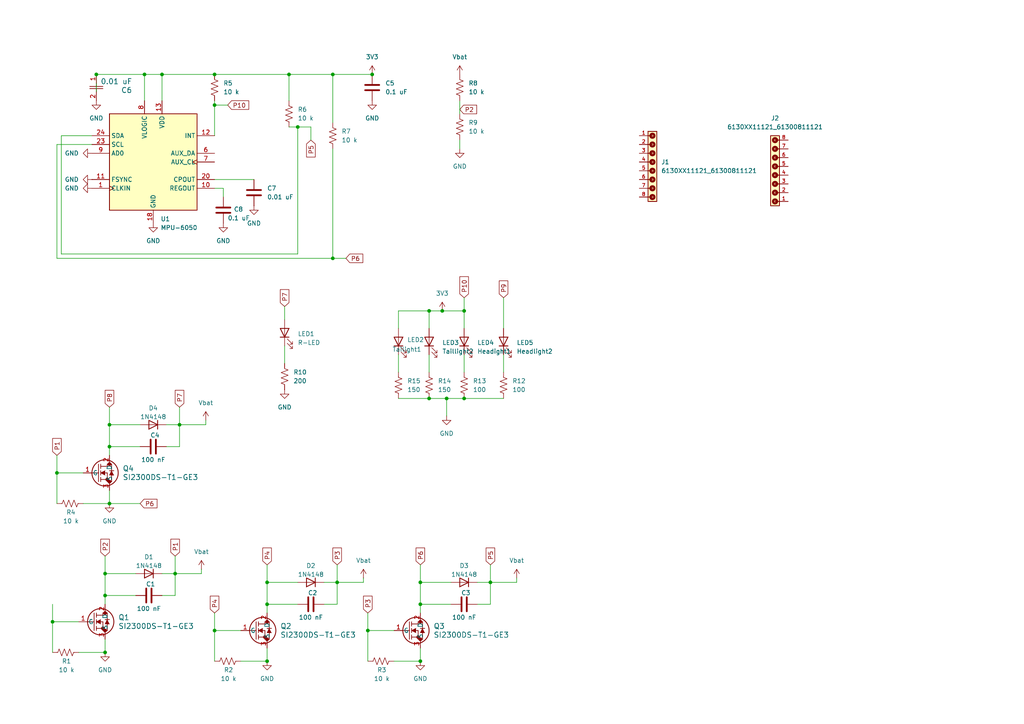
<source format=kicad_sch>
(kicad_sch
	(version 20250114)
	(generator "eeschema")
	(generator_version "9.0")
	(uuid "0b77794a-d2a3-4c9b-8b66-de27e37dbad8")
	(paper "A4")
	(lib_symbols
		(symbol "2025-06-21_20-35-48:0805PC103KAT1A"
			(pin_names
				(offset 0.254)
			)
			(exclude_from_sim no)
			(in_bom yes)
			(on_board yes)
			(property "Reference" "C"
				(at 3.81 3.81 0)
				(effects
					(font
						(size 1.524 1.524)
					)
				)
			)
			(property "Value" "0805PC103KAT1A"
				(at 3.81 -3.81 0)
				(effects
					(font
						(size 1.524 1.524)
					)
				)
			)
			(property "Footprint" "CAP_0805_AVX"
				(at 0 0 0)
				(effects
					(font
						(size 1.27 1.27)
						(italic yes)
					)
					(hide yes)
				)
			)
			(property "Datasheet" "0805PC103KAT1A"
				(at 0 0 0)
				(effects
					(font
						(size 1.27 1.27)
						(italic yes)
					)
					(hide yes)
				)
			)
			(property "Description" ""
				(at 0 0 0)
				(effects
					(font
						(size 1.27 1.27)
					)
					(hide yes)
				)
			)
			(property "ki_locked" ""
				(at 0 0 0)
				(effects
					(font
						(size 1.27 1.27)
					)
				)
			)
			(property "ki_keywords" "0805PC103KAT1A"
				(at 0 0 0)
				(effects
					(font
						(size 1.27 1.27)
					)
					(hide yes)
				)
			)
			(property "ki_fp_filters" "CAP_0805_AVX CAP_0805_AVX-M CAP_0805_AVX-L"
				(at 0 0 0)
				(effects
					(font
						(size 1.27 1.27)
					)
					(hide yes)
				)
			)
			(symbol "0805PC103KAT1A_1_1"
				(polyline
					(pts
						(xy 2.54 0) (xy 3.4798 0)
					)
					(stroke
						(width 0.2032)
						(type default)
					)
					(fill
						(type none)
					)
				)
				(polyline
					(pts
						(xy 3.4798 -1.905) (xy 3.4798 1.905)
					)
					(stroke
						(width 0.2032)
						(type default)
					)
					(fill
						(type none)
					)
				)
				(polyline
					(pts
						(xy 4.1148 0) (xy 5.08 0)
					)
					(stroke
						(width 0.2032)
						(type default)
					)
					(fill
						(type none)
					)
				)
				(polyline
					(pts
						(xy 4.1148 -1.905) (xy 4.1148 1.905)
					)
					(stroke
						(width 0.2032)
						(type default)
					)
					(fill
						(type none)
					)
				)
				(pin unspecified line
					(at 0 0 0)
					(length 2.54)
					(name ""
						(effects
							(font
								(size 1.27 1.27)
							)
						)
					)
					(number "1"
						(effects
							(font
								(size 1.27 1.27)
							)
						)
					)
				)
				(pin unspecified line
					(at 7.62 0 180)
					(length 2.54)
					(name ""
						(effects
							(font
								(size 1.27 1.27)
							)
						)
					)
					(number "2"
						(effects
							(font
								(size 1.27 1.27)
							)
						)
					)
				)
			)
			(symbol "0805PC103KAT1A_1_2"
				(polyline
					(pts
						(xy -1.905 -3.4798) (xy 1.905 -3.4798)
					)
					(stroke
						(width 0.2032)
						(type default)
					)
					(fill
						(type none)
					)
				)
				(polyline
					(pts
						(xy -1.905 -4.1148) (xy 1.905 -4.1148)
					)
					(stroke
						(width 0.2032)
						(type default)
					)
					(fill
						(type none)
					)
				)
				(polyline
					(pts
						(xy 0 -2.54) (xy 0 -3.4798)
					)
					(stroke
						(width 0.2032)
						(type default)
					)
					(fill
						(type none)
					)
				)
				(polyline
					(pts
						(xy 0 -4.1148) (xy 0 -5.08)
					)
					(stroke
						(width 0.2032)
						(type default)
					)
					(fill
						(type none)
					)
				)
				(pin unspecified line
					(at 0 0 270)
					(length 2.54)
					(name ""
						(effects
							(font
								(size 1.27 1.27)
							)
						)
					)
					(number "1"
						(effects
							(font
								(size 1.27 1.27)
							)
						)
					)
				)
				(pin unspecified line
					(at 0 -7.62 90)
					(length 2.54)
					(name ""
						(effects
							(font
								(size 1.27 1.27)
							)
						)
					)
					(number "2"
						(effects
							(font
								(size 1.27 1.27)
							)
						)
					)
				)
			)
			(embedded_fonts no)
		)
		(symbol "3rdParty_Symbols:6130XX11121_61300811121"
			(pin_names
				(offset 1.016)
			)
			(exclude_from_sim no)
			(in_bom yes)
			(on_board yes)
			(property "Reference" "J"
				(at -10.16 -1.778 0)
				(effects
					(font
						(size 1.27 1.27)
					)
					(justify right bottom)
				)
			)
			(property "Value" "6130XX11121_61300811121"
				(at -10.16 -5.08 0)
				(effects
					(font
						(size 1.27 1.27)
					)
					(justify right bottom)
				)
			)
			(property "Footprint" "6130XX11121_61300811121:61300811121"
				(at 0 0 0)
				(effects
					(font
						(size 1.27 1.27)
					)
					(justify bottom)
					(hide yes)
				)
			)
			(property "Datasheet" ""
				(at 0 0 0)
				(effects
					(font
						(size 1.27 1.27)
					)
					(hide yes)
				)
			)
			(property "Description" ""
				(at 0 0 0)
				(effects
					(font
						(size 1.27 1.27)
					)
					(hide yes)
				)
			)
			(symbol "6130XX11121_61300811121_0_0"
				(rectangle
					(start -8.89 -2.54)
					(end 11.43 0)
					(stroke
						(width 0.254)
						(type default)
					)
					(fill
						(type background)
					)
				)
				(circle
					(center -7.62 -1.27)
					(radius 0.254)
					(stroke
						(width 0.635)
						(type default)
					)
					(fill
						(type none)
					)
				)
				(polyline
					(pts
						(xy -7.62 -1.27) (xy -7.62 -2.54)
					)
					(stroke
						(width 0.254)
						(type default)
					)
					(fill
						(type none)
					)
				)
				(circle
					(center -5.08 -1.27)
					(radius 0.254)
					(stroke
						(width 0.635)
						(type default)
					)
					(fill
						(type none)
					)
				)
				(polyline
					(pts
						(xy -5.08 -1.27) (xy -5.08 -2.54)
					)
					(stroke
						(width 0.254)
						(type default)
					)
					(fill
						(type none)
					)
				)
				(circle
					(center -2.54 -1.27)
					(radius 0.254)
					(stroke
						(width 0.635)
						(type default)
					)
					(fill
						(type none)
					)
				)
				(polyline
					(pts
						(xy -2.54 -1.27) (xy -2.54 -2.54)
					)
					(stroke
						(width 0.254)
						(type default)
					)
					(fill
						(type none)
					)
				)
				(polyline
					(pts
						(xy 0 -1.27) (xy 0 -2.54)
					)
					(stroke
						(width 0.254)
						(type default)
					)
					(fill
						(type none)
					)
				)
				(circle
					(center 0 -1.27)
					(radius 0.254)
					(stroke
						(width 0.635)
						(type default)
					)
					(fill
						(type none)
					)
				)
				(polyline
					(pts
						(xy 2.54 -1.27) (xy 2.54 -2.54)
					)
					(stroke
						(width 0.254)
						(type default)
					)
					(fill
						(type none)
					)
				)
				(circle
					(center 2.54 -1.27)
					(radius 0.254)
					(stroke
						(width 0.635)
						(type default)
					)
					(fill
						(type none)
					)
				)
				(polyline
					(pts
						(xy 5.08 -1.27) (xy 5.08 -2.54)
					)
					(stroke
						(width 0.254)
						(type default)
					)
					(fill
						(type none)
					)
				)
				(circle
					(center 5.08 -1.27)
					(radius 0.254)
					(stroke
						(width 0.635)
						(type default)
					)
					(fill
						(type none)
					)
				)
				(polyline
					(pts
						(xy 7.62 -1.27) (xy 7.62 -2.54)
					)
					(stroke
						(width 0.254)
						(type default)
					)
					(fill
						(type none)
					)
				)
				(circle
					(center 7.62 -1.27)
					(radius 0.254)
					(stroke
						(width 0.635)
						(type default)
					)
					(fill
						(type none)
					)
				)
				(polyline
					(pts
						(xy 10.16 -1.27) (xy 10.16 -2.54)
					)
					(stroke
						(width 0.254)
						(type default)
					)
					(fill
						(type none)
					)
				)
				(circle
					(center 10.16 -1.27)
					(radius 0.254)
					(stroke
						(width 0.635)
						(type default)
					)
					(fill
						(type none)
					)
				)
				(pin passive line
					(at -7.62 -5.08 90)
					(length 2.54)
					(name "~"
						(effects
							(font
								(size 1.016 1.016)
							)
						)
					)
					(number "1"
						(effects
							(font
								(size 1.016 1.016)
							)
						)
					)
				)
				(pin passive line
					(at -5.08 -5.08 90)
					(length 2.54)
					(name "~"
						(effects
							(font
								(size 1.016 1.016)
							)
						)
					)
					(number "2"
						(effects
							(font
								(size 1.016 1.016)
							)
						)
					)
				)
				(pin passive line
					(at -2.54 -5.08 90)
					(length 2.54)
					(name "~"
						(effects
							(font
								(size 1.016 1.016)
							)
						)
					)
					(number "3"
						(effects
							(font
								(size 1.016 1.016)
							)
						)
					)
				)
				(pin passive line
					(at 0 -5.08 90)
					(length 2.54)
					(name "~"
						(effects
							(font
								(size 1.016 1.016)
							)
						)
					)
					(number "4"
						(effects
							(font
								(size 1.016 1.016)
							)
						)
					)
				)
				(pin passive line
					(at 2.54 -5.08 90)
					(length 2.54)
					(name "~"
						(effects
							(font
								(size 1.016 1.016)
							)
						)
					)
					(number "5"
						(effects
							(font
								(size 1.016 1.016)
							)
						)
					)
				)
				(pin passive line
					(at 5.08 -5.08 90)
					(length 2.54)
					(name "~"
						(effects
							(font
								(size 1.016 1.016)
							)
						)
					)
					(number "6"
						(effects
							(font
								(size 1.016 1.016)
							)
						)
					)
				)
				(pin passive line
					(at 7.62 -5.08 90)
					(length 2.54)
					(name "~"
						(effects
							(font
								(size 1.016 1.016)
							)
						)
					)
					(number "7"
						(effects
							(font
								(size 1.016 1.016)
							)
						)
					)
				)
				(pin passive line
					(at 10.16 -5.08 90)
					(length 2.54)
					(name "~"
						(effects
							(font
								(size 1.016 1.016)
							)
						)
					)
					(number "8"
						(effects
							(font
								(size 1.016 1.016)
							)
						)
					)
				)
			)
			(embedded_fonts no)
		)
		(symbol "3rdParty_Symbols:SI2300DS-T1-GE3"
			(pin_names
				(offset 0.254)
			)
			(exclude_from_sim no)
			(in_bom yes)
			(on_board yes)
			(property "Reference" "U"
				(at 11.43 1.905 0)
				(effects
					(font
						(size 1.524 1.524)
					)
				)
			)
			(property "Value" "SI2300DS-T1-GE3"
				(at 11.43 -2.54 0)
				(effects
					(font
						(size 1.524 1.524)
					)
				)
			)
			(property "Footprint" "SOT_DS-T1-GE3_VIS"
				(at 0 0 0)
				(effects
					(font
						(size 1.27 1.27)
						(italic yes)
					)
					(hide yes)
				)
			)
			(property "Datasheet" "SI2300DS-T1-GE3"
				(at 0 0 0)
				(effects
					(font
						(size 1.27 1.27)
						(italic yes)
					)
					(hide yes)
				)
			)
			(property "Description" ""
				(at 0 0 0)
				(effects
					(font
						(size 1.27 1.27)
					)
					(hide yes)
				)
			)
			(property "ki_locked" ""
				(at 0 0 0)
				(effects
					(font
						(size 1.27 1.27)
					)
				)
			)
			(property "ki_keywords" "SI2300DS-T1-GE3"
				(at 0 0 0)
				(effects
					(font
						(size 1.27 1.27)
					)
					(hide yes)
				)
			)
			(property "ki_fp_filters" "SOT_DS-T1-GE3_VIS SOT_DS-T1-GE3_VIS-M SOT_DS-T1-GE3_VIS-L"
				(at 0 0 0)
				(effects
					(font
						(size 1.27 1.27)
					)
					(hide yes)
				)
			)
			(symbol "SI2300DS-T1-GE3_0_1"
				(polyline
					(pts
						(xy 2.54 0) (xy 4.445 0)
					)
					(stroke
						(width 0.2032)
						(type default)
					)
					(fill
						(type none)
					)
				)
				(polyline
					(pts
						(xy 4.445 -2.54) (xy 4.445 2.54)
					)
					(stroke
						(width 0.2032)
						(type default)
					)
					(fill
						(type none)
					)
				)
				(polyline
					(pts
						(xy 5.08 1.905) (xy 6.985 1.905)
					)
					(stroke
						(width 0.2032)
						(type default)
					)
					(fill
						(type none)
					)
				)
				(polyline
					(pts
						(xy 5.08 1.27) (xy 5.08 2.54)
					)
					(stroke
						(width 0.2032)
						(type default)
					)
					(fill
						(type none)
					)
				)
				(polyline
					(pts
						(xy 5.08 -0.635) (xy 5.08 0.635)
					)
					(stroke
						(width 0.2032)
						(type default)
					)
					(fill
						(type none)
					)
				)
				(polyline
					(pts
						(xy 5.08 -1.905) (xy 6.985 -1.905)
					)
					(stroke
						(width 0.2032)
						(type default)
					)
					(fill
						(type none)
					)
				)
				(polyline
					(pts
						(xy 5.08 -2.54) (xy 5.08 -1.27)
					)
					(stroke
						(width 0.2032)
						(type default)
					)
					(fill
						(type none)
					)
				)
				(polyline
					(pts
						(xy 6.35 0.635) (xy 5.08 0) (xy 6.35 -0.635)
					)
					(stroke
						(width 0)
						(type default)
					)
					(fill
						(type outline)
					)
				)
				(polyline
					(pts
						(xy 6.35 0) (xy 6.985 0)
					)
					(stroke
						(width 0.2032)
						(type default)
					)
					(fill
						(type none)
					)
				)
				(circle
					(center 6.35 0)
					(radius 3.81)
					(stroke
						(width 0.254)
						(type default)
					)
					(fill
						(type none)
					)
				)
				(polyline
					(pts
						(xy 6.985 2.54) (xy 8.255 2.54)
					)
					(stroke
						(width 0.2032)
						(type default)
					)
					(fill
						(type none)
					)
				)
				(polyline
					(pts
						(xy 6.985 1.905) (xy 6.985 2.54)
					)
					(stroke
						(width 0.2032)
						(type default)
					)
					(fill
						(type none)
					)
				)
				(circle
					(center 6.985 -1.905)
					(radius 0.0254)
					(stroke
						(width 0.508)
						(type default)
					)
					(fill
						(type none)
					)
				)
				(polyline
					(pts
						(xy 6.985 -2.54) (xy 6.985 0)
					)
					(stroke
						(width 0.2032)
						(type default)
					)
					(fill
						(type none)
					)
				)
				(polyline
					(pts
						(xy 6.985 -2.54) (xy 8.255 -2.54)
					)
					(stroke
						(width 0.2032)
						(type default)
					)
					(fill
						(type none)
					)
				)
				(circle
					(center 7.62 2.54)
					(radius 0.0254)
					(stroke
						(width 0.508)
						(type default)
					)
					(fill
						(type none)
					)
				)
				(circle
					(center 7.62 -2.54)
					(radius 0.0254)
					(stroke
						(width 0.508)
						(type default)
					)
					(fill
						(type none)
					)
				)
				(polyline
					(pts
						(xy 8.255 0.635) (xy 8.255 2.54)
					)
					(stroke
						(width 0.2032)
						(type default)
					)
					(fill
						(type none)
					)
				)
				(polyline
					(pts
						(xy 8.255 -2.54) (xy 8.255 -0.635)
					)
					(stroke
						(width 0.2032)
						(type default)
					)
					(fill
						(type none)
					)
				)
				(polyline
					(pts
						(xy 8.89 0.635) (xy 7.62 0.635)
					)
					(stroke
						(width 0.2032)
						(type default)
					)
					(fill
						(type none)
					)
				)
				(polyline
					(pts
						(xy 8.89 -0.635) (xy 7.62 -0.635) (xy 8.255 0.635)
					)
					(stroke
						(width 0)
						(type default)
					)
					(fill
						(type outline)
					)
				)
				(pin unspecified line
					(at 0 0 0)
					(length 2.54)
					(name "G"
						(effects
							(font
								(size 1.27 1.27)
							)
						)
					)
					(number "1"
						(effects
							(font
								(size 1.27 1.27)
							)
						)
					)
				)
				(pin unspecified line
					(at 7.62 5.08 270)
					(length 2.54)
					(name "D"
						(effects
							(font
								(size 1.27 1.27)
							)
						)
					)
					(number "2"
						(effects
							(font
								(size 1.27 1.27)
							)
						)
					)
				)
				(pin unspecified line
					(at 7.62 -5.08 90)
					(length 2.54)
					(name "S"
						(effects
							(font
								(size 1.27 1.27)
							)
						)
					)
					(number "3"
						(effects
							(font
								(size 1.27 1.27)
							)
						)
					)
				)
			)
			(embedded_fonts no)
		)
		(symbol "Device:C"
			(pin_numbers
				(hide yes)
			)
			(pin_names
				(offset 0.254)
			)
			(exclude_from_sim no)
			(in_bom yes)
			(on_board yes)
			(property "Reference" "C"
				(at 0.635 2.54 0)
				(effects
					(font
						(size 1.27 1.27)
					)
					(justify left)
				)
			)
			(property "Value" "C"
				(at 0.635 -2.54 0)
				(effects
					(font
						(size 1.27 1.27)
					)
					(justify left)
				)
			)
			(property "Footprint" ""
				(at 0.9652 -3.81 0)
				(effects
					(font
						(size 1.27 1.27)
					)
					(hide yes)
				)
			)
			(property "Datasheet" "~"
				(at 0 0 0)
				(effects
					(font
						(size 1.27 1.27)
					)
					(hide yes)
				)
			)
			(property "Description" "Unpolarized capacitor"
				(at 0 0 0)
				(effects
					(font
						(size 1.27 1.27)
					)
					(hide yes)
				)
			)
			(property "ki_keywords" "cap capacitor"
				(at 0 0 0)
				(effects
					(font
						(size 1.27 1.27)
					)
					(hide yes)
				)
			)
			(property "ki_fp_filters" "C_*"
				(at 0 0 0)
				(effects
					(font
						(size 1.27 1.27)
					)
					(hide yes)
				)
			)
			(symbol "C_0_1"
				(polyline
					(pts
						(xy -2.032 0.762) (xy 2.032 0.762)
					)
					(stroke
						(width 0.508)
						(type default)
					)
					(fill
						(type none)
					)
				)
				(polyline
					(pts
						(xy -2.032 -0.762) (xy 2.032 -0.762)
					)
					(stroke
						(width 0.508)
						(type default)
					)
					(fill
						(type none)
					)
				)
			)
			(symbol "C_1_1"
				(pin passive line
					(at 0 3.81 270)
					(length 2.794)
					(name "~"
						(effects
							(font
								(size 1.27 1.27)
							)
						)
					)
					(number "1"
						(effects
							(font
								(size 1.27 1.27)
							)
						)
					)
				)
				(pin passive line
					(at 0 -3.81 90)
					(length 2.794)
					(name "~"
						(effects
							(font
								(size 1.27 1.27)
							)
						)
					)
					(number "2"
						(effects
							(font
								(size 1.27 1.27)
							)
						)
					)
				)
			)
			(embedded_fonts no)
		)
		(symbol "Device:D"
			(pin_numbers
				(hide yes)
			)
			(pin_names
				(offset 1.016)
				(hide yes)
			)
			(exclude_from_sim no)
			(in_bom yes)
			(on_board yes)
			(property "Reference" "D"
				(at 0 2.54 0)
				(effects
					(font
						(size 1.27 1.27)
					)
				)
			)
			(property "Value" "D"
				(at 0 -2.54 0)
				(effects
					(font
						(size 1.27 1.27)
					)
				)
			)
			(property "Footprint" ""
				(at 0 0 0)
				(effects
					(font
						(size 1.27 1.27)
					)
					(hide yes)
				)
			)
			(property "Datasheet" "~"
				(at 0 0 0)
				(effects
					(font
						(size 1.27 1.27)
					)
					(hide yes)
				)
			)
			(property "Description" "Diode"
				(at 0 0 0)
				(effects
					(font
						(size 1.27 1.27)
					)
					(hide yes)
				)
			)
			(property "Sim.Device" "D"
				(at 0 0 0)
				(effects
					(font
						(size 1.27 1.27)
					)
					(hide yes)
				)
			)
			(property "Sim.Pins" "1=K 2=A"
				(at 0 0 0)
				(effects
					(font
						(size 1.27 1.27)
					)
					(hide yes)
				)
			)
			(property "ki_keywords" "diode"
				(at 0 0 0)
				(effects
					(font
						(size 1.27 1.27)
					)
					(hide yes)
				)
			)
			(property "ki_fp_filters" "TO-???* *_Diode_* *SingleDiode* D_*"
				(at 0 0 0)
				(effects
					(font
						(size 1.27 1.27)
					)
					(hide yes)
				)
			)
			(symbol "D_0_1"
				(polyline
					(pts
						(xy -1.27 1.27) (xy -1.27 -1.27)
					)
					(stroke
						(width 0.254)
						(type default)
					)
					(fill
						(type none)
					)
				)
				(polyline
					(pts
						(xy 1.27 1.27) (xy 1.27 -1.27) (xy -1.27 0) (xy 1.27 1.27)
					)
					(stroke
						(width 0.254)
						(type default)
					)
					(fill
						(type none)
					)
				)
				(polyline
					(pts
						(xy 1.27 0) (xy -1.27 0)
					)
					(stroke
						(width 0)
						(type default)
					)
					(fill
						(type none)
					)
				)
			)
			(symbol "D_1_1"
				(pin passive line
					(at -3.81 0 0)
					(length 2.54)
					(name "K"
						(effects
							(font
								(size 1.27 1.27)
							)
						)
					)
					(number "1"
						(effects
							(font
								(size 1.27 1.27)
							)
						)
					)
				)
				(pin passive line
					(at 3.81 0 180)
					(length 2.54)
					(name "A"
						(effects
							(font
								(size 1.27 1.27)
							)
						)
					)
					(number "2"
						(effects
							(font
								(size 1.27 1.27)
							)
						)
					)
				)
			)
			(embedded_fonts no)
		)
		(symbol "Device:LED"
			(pin_numbers
				(hide yes)
			)
			(pin_names
				(offset 1.016)
				(hide yes)
			)
			(exclude_from_sim no)
			(in_bom yes)
			(on_board yes)
			(property "Reference" "D"
				(at 0 2.54 0)
				(effects
					(font
						(size 1.27 1.27)
					)
				)
			)
			(property "Value" "LED"
				(at 0 -2.54 0)
				(effects
					(font
						(size 1.27 1.27)
					)
				)
			)
			(property "Footprint" ""
				(at 0 0 0)
				(effects
					(font
						(size 1.27 1.27)
					)
					(hide yes)
				)
			)
			(property "Datasheet" "~"
				(at 0 0 0)
				(effects
					(font
						(size 1.27 1.27)
					)
					(hide yes)
				)
			)
			(property "Description" "Light emitting diode"
				(at 0 0 0)
				(effects
					(font
						(size 1.27 1.27)
					)
					(hide yes)
				)
			)
			(property "Sim.Pins" "1=K 2=A"
				(at 0 0 0)
				(effects
					(font
						(size 1.27 1.27)
					)
					(hide yes)
				)
			)
			(property "ki_keywords" "LED diode"
				(at 0 0 0)
				(effects
					(font
						(size 1.27 1.27)
					)
					(hide yes)
				)
			)
			(property "ki_fp_filters" "LED* LED_SMD:* LED_THT:*"
				(at 0 0 0)
				(effects
					(font
						(size 1.27 1.27)
					)
					(hide yes)
				)
			)
			(symbol "LED_0_1"
				(polyline
					(pts
						(xy -3.048 -0.762) (xy -4.572 -2.286) (xy -3.81 -2.286) (xy -4.572 -2.286) (xy -4.572 -1.524)
					)
					(stroke
						(width 0)
						(type default)
					)
					(fill
						(type none)
					)
				)
				(polyline
					(pts
						(xy -1.778 -0.762) (xy -3.302 -2.286) (xy -2.54 -2.286) (xy -3.302 -2.286) (xy -3.302 -1.524)
					)
					(stroke
						(width 0)
						(type default)
					)
					(fill
						(type none)
					)
				)
				(polyline
					(pts
						(xy -1.27 0) (xy 1.27 0)
					)
					(stroke
						(width 0)
						(type default)
					)
					(fill
						(type none)
					)
				)
				(polyline
					(pts
						(xy -1.27 -1.27) (xy -1.27 1.27)
					)
					(stroke
						(width 0.254)
						(type default)
					)
					(fill
						(type none)
					)
				)
				(polyline
					(pts
						(xy 1.27 -1.27) (xy 1.27 1.27) (xy -1.27 0) (xy 1.27 -1.27)
					)
					(stroke
						(width 0.254)
						(type default)
					)
					(fill
						(type none)
					)
				)
			)
			(symbol "LED_1_1"
				(pin passive line
					(at -3.81 0 0)
					(length 2.54)
					(name "K"
						(effects
							(font
								(size 1.27 1.27)
							)
						)
					)
					(number "1"
						(effects
							(font
								(size 1.27 1.27)
							)
						)
					)
				)
				(pin passive line
					(at 3.81 0 180)
					(length 2.54)
					(name "A"
						(effects
							(font
								(size 1.27 1.27)
							)
						)
					)
					(number "2"
						(effects
							(font
								(size 1.27 1.27)
							)
						)
					)
				)
			)
			(embedded_fonts no)
		)
		(symbol "Device:R_US"
			(pin_numbers
				(hide yes)
			)
			(pin_names
				(offset 0)
			)
			(exclude_from_sim no)
			(in_bom yes)
			(on_board yes)
			(property "Reference" "R"
				(at 2.54 0 90)
				(effects
					(font
						(size 1.27 1.27)
					)
				)
			)
			(property "Value" "R_US"
				(at -2.54 0 90)
				(effects
					(font
						(size 1.27 1.27)
					)
				)
			)
			(property "Footprint" ""
				(at 1.016 -0.254 90)
				(effects
					(font
						(size 1.27 1.27)
					)
					(hide yes)
				)
			)
			(property "Datasheet" "~"
				(at 0 0 0)
				(effects
					(font
						(size 1.27 1.27)
					)
					(hide yes)
				)
			)
			(property "Description" "Resistor, US symbol"
				(at 0 0 0)
				(effects
					(font
						(size 1.27 1.27)
					)
					(hide yes)
				)
			)
			(property "ki_keywords" "R res resistor"
				(at 0 0 0)
				(effects
					(font
						(size 1.27 1.27)
					)
					(hide yes)
				)
			)
			(property "ki_fp_filters" "R_*"
				(at 0 0 0)
				(effects
					(font
						(size 1.27 1.27)
					)
					(hide yes)
				)
			)
			(symbol "R_US_0_1"
				(polyline
					(pts
						(xy 0 2.286) (xy 0 2.54)
					)
					(stroke
						(width 0)
						(type default)
					)
					(fill
						(type none)
					)
				)
				(polyline
					(pts
						(xy 0 2.286) (xy 1.016 1.905) (xy 0 1.524) (xy -1.016 1.143) (xy 0 0.762)
					)
					(stroke
						(width 0)
						(type default)
					)
					(fill
						(type none)
					)
				)
				(polyline
					(pts
						(xy 0 0.762) (xy 1.016 0.381) (xy 0 0) (xy -1.016 -0.381) (xy 0 -0.762)
					)
					(stroke
						(width 0)
						(type default)
					)
					(fill
						(type none)
					)
				)
				(polyline
					(pts
						(xy 0 -0.762) (xy 1.016 -1.143) (xy 0 -1.524) (xy -1.016 -1.905) (xy 0 -2.286)
					)
					(stroke
						(width 0)
						(type default)
					)
					(fill
						(type none)
					)
				)
				(polyline
					(pts
						(xy 0 -2.286) (xy 0 -2.54)
					)
					(stroke
						(width 0)
						(type default)
					)
					(fill
						(type none)
					)
				)
			)
			(symbol "R_US_1_1"
				(pin passive line
					(at 0 3.81 270)
					(length 1.27)
					(name "~"
						(effects
							(font
								(size 1.27 1.27)
							)
						)
					)
					(number "1"
						(effects
							(font
								(size 1.27 1.27)
							)
						)
					)
				)
				(pin passive line
					(at 0 -3.81 90)
					(length 1.27)
					(name "~"
						(effects
							(font
								(size 1.27 1.27)
							)
						)
					)
					(number "2"
						(effects
							(font
								(size 1.27 1.27)
							)
						)
					)
				)
			)
			(embedded_fonts no)
		)
		(symbol "Sensor_Motion:MPU-6050"
			(exclude_from_sim no)
			(in_bom yes)
			(on_board yes)
			(property "Reference" "U"
				(at -11.43 13.97 0)
				(effects
					(font
						(size 1.27 1.27)
					)
				)
			)
			(property "Value" "MPU-6050"
				(at 7.62 -15.24 0)
				(effects
					(font
						(size 1.27 1.27)
					)
				)
			)
			(property "Footprint" "Sensor_Motion:InvenSense_QFN-24_4x4mm_P0.5mm"
				(at 0 -20.32 0)
				(effects
					(font
						(size 1.27 1.27)
					)
					(hide yes)
				)
			)
			(property "Datasheet" "https://invensense.tdk.com/wp-content/uploads/2015/02/MPU-6000-Datasheet1.pdf"
				(at 0 -3.81 0)
				(effects
					(font
						(size 1.27 1.27)
					)
					(hide yes)
				)
			)
			(property "Description" "InvenSense 6-Axis Motion Sensor, Gyroscope, Accelerometer, I2C"
				(at 0 0 0)
				(effects
					(font
						(size 1.27 1.27)
					)
					(hide yes)
				)
			)
			(property "ki_keywords" "mems"
				(at 0 0 0)
				(effects
					(font
						(size 1.27 1.27)
					)
					(hide yes)
				)
			)
			(property "ki_fp_filters" "*QFN*4x4mm*P0.5mm*"
				(at 0 0 0)
				(effects
					(font
						(size 1.27 1.27)
					)
					(hide yes)
				)
			)
			(symbol "MPU-6050_0_0"
				(text ""
					(at 12.7 -2.54 0)
					(effects
						(font
							(size 1.27 1.27)
						)
					)
				)
			)
			(symbol "MPU-6050_0_1"
				(rectangle
					(start -12.7 13.97)
					(end 12.7 -13.97)
					(stroke
						(width 0.254)
						(type default)
					)
					(fill
						(type background)
					)
				)
			)
			(symbol "MPU-6050_1_1"
				(pin bidirectional line
					(at -17.78 7.62 0)
					(length 5.08)
					(name "SDA"
						(effects
							(font
								(size 1.27 1.27)
							)
						)
					)
					(number "24"
						(effects
							(font
								(size 1.27 1.27)
							)
						)
					)
				)
				(pin input line
					(at -17.78 5.08 0)
					(length 5.08)
					(name "SCL"
						(effects
							(font
								(size 1.27 1.27)
							)
						)
					)
					(number "23"
						(effects
							(font
								(size 1.27 1.27)
							)
						)
					)
				)
				(pin input line
					(at -17.78 2.54 0)
					(length 5.08)
					(name "AD0"
						(effects
							(font
								(size 1.27 1.27)
							)
						)
					)
					(number "9"
						(effects
							(font
								(size 1.27 1.27)
							)
						)
					)
				)
				(pin input line
					(at -17.78 -5.08 0)
					(length 5.08)
					(name "FSYNC"
						(effects
							(font
								(size 1.27 1.27)
							)
						)
					)
					(number "11"
						(effects
							(font
								(size 1.27 1.27)
							)
						)
					)
				)
				(pin input clock
					(at -17.78 -7.62 0)
					(length 5.08)
					(name "CLKIN"
						(effects
							(font
								(size 1.27 1.27)
							)
						)
					)
					(number "1"
						(effects
							(font
								(size 1.27 1.27)
							)
						)
					)
				)
				(pin no_connect line
					(at -12.7 12.7 0)
					(length 2.54)
					(hide yes)
					(name "NC"
						(effects
							(font
								(size 1.27 1.27)
							)
						)
					)
					(number "2"
						(effects
							(font
								(size 1.27 1.27)
							)
						)
					)
				)
				(pin no_connect line
					(at -12.7 10.16 0)
					(length 2.54)
					(hide yes)
					(name "NC"
						(effects
							(font
								(size 1.27 1.27)
							)
						)
					)
					(number "3"
						(effects
							(font
								(size 1.27 1.27)
							)
						)
					)
				)
				(pin no_connect line
					(at -12.7 0 0)
					(length 2.54)
					(hide yes)
					(name "NC"
						(effects
							(font
								(size 1.27 1.27)
							)
						)
					)
					(number "4"
						(effects
							(font
								(size 1.27 1.27)
							)
						)
					)
				)
				(pin no_connect line
					(at -12.7 -2.54 0)
					(length 2.54)
					(hide yes)
					(name "NC"
						(effects
							(font
								(size 1.27 1.27)
							)
						)
					)
					(number "5"
						(effects
							(font
								(size 1.27 1.27)
							)
						)
					)
				)
				(pin no_connect line
					(at -12.7 -10.16 0)
					(length 2.54)
					(hide yes)
					(name "NC"
						(effects
							(font
								(size 1.27 1.27)
							)
						)
					)
					(number "14"
						(effects
							(font
								(size 1.27 1.27)
							)
						)
					)
				)
				(pin power_in line
					(at -2.54 17.78 270)
					(length 3.81)
					(name "VLOGIC"
						(effects
							(font
								(size 1.27 1.27)
							)
						)
					)
					(number "8"
						(effects
							(font
								(size 1.27 1.27)
							)
						)
					)
				)
				(pin power_in line
					(at 0 -17.78 90)
					(length 3.81)
					(name "GND"
						(effects
							(font
								(size 1.27 1.27)
							)
						)
					)
					(number "18"
						(effects
							(font
								(size 1.27 1.27)
							)
						)
					)
				)
				(pin power_in line
					(at 2.54 17.78 270)
					(length 3.81)
					(name "VDD"
						(effects
							(font
								(size 1.27 1.27)
							)
						)
					)
					(number "13"
						(effects
							(font
								(size 1.27 1.27)
							)
						)
					)
				)
				(pin no_connect line
					(at 12.7 12.7 180)
					(length 2.54)
					(hide yes)
					(name "NC"
						(effects
							(font
								(size 1.27 1.27)
							)
						)
					)
					(number "15"
						(effects
							(font
								(size 1.27 1.27)
							)
						)
					)
				)
				(pin no_connect line
					(at 12.7 10.16 180)
					(length 2.54)
					(hide yes)
					(name "NC"
						(effects
							(font
								(size 1.27 1.27)
							)
						)
					)
					(number "16"
						(effects
							(font
								(size 1.27 1.27)
							)
						)
					)
				)
				(pin no_connect line
					(at 12.7 5.08 180)
					(length 2.54)
					(hide yes)
					(name "NC"
						(effects
							(font
								(size 1.27 1.27)
							)
						)
					)
					(number "17"
						(effects
							(font
								(size 1.27 1.27)
							)
						)
					)
				)
				(pin no_connect line
					(at 12.7 -2.54 180)
					(length 2.54)
					(hide yes)
					(name "RESV"
						(effects
							(font
								(size 1.27 1.27)
							)
						)
					)
					(number "21"
						(effects
							(font
								(size 1.27 1.27)
							)
						)
					)
				)
				(pin no_connect line
					(at 12.7 -10.16 180)
					(length 2.54)
					(hide yes)
					(name "RESV"
						(effects
							(font
								(size 1.27 1.27)
							)
						)
					)
					(number "19"
						(effects
							(font
								(size 1.27 1.27)
							)
						)
					)
				)
				(pin no_connect line
					(at 12.7 -12.7 180)
					(length 2.54)
					(hide yes)
					(name "RESV"
						(effects
							(font
								(size 1.27 1.27)
							)
						)
					)
					(number "22"
						(effects
							(font
								(size 1.27 1.27)
							)
						)
					)
				)
				(pin output line
					(at 17.78 7.62 180)
					(length 5.08)
					(name "INT"
						(effects
							(font
								(size 1.27 1.27)
							)
						)
					)
					(number "12"
						(effects
							(font
								(size 1.27 1.27)
							)
						)
					)
				)
				(pin bidirectional line
					(at 17.78 2.54 180)
					(length 5.08)
					(name "AUX_DA"
						(effects
							(font
								(size 1.27 1.27)
							)
						)
					)
					(number "6"
						(effects
							(font
								(size 1.27 1.27)
							)
						)
					)
				)
				(pin output clock
					(at 17.78 0 180)
					(length 5.08)
					(name "AUX_CL"
						(effects
							(font
								(size 1.27 1.27)
							)
						)
					)
					(number "7"
						(effects
							(font
								(size 1.27 1.27)
							)
						)
					)
				)
				(pin passive line
					(at 17.78 -5.08 180)
					(length 5.08)
					(name "CPOUT"
						(effects
							(font
								(size 1.27 1.27)
							)
						)
					)
					(number "20"
						(effects
							(font
								(size 1.27 1.27)
							)
						)
					)
				)
				(pin passive line
					(at 17.78 -7.62 180)
					(length 5.08)
					(name "REGOUT"
						(effects
							(font
								(size 1.27 1.27)
							)
						)
					)
					(number "10"
						(effects
							(font
								(size 1.27 1.27)
							)
						)
					)
				)
			)
			(embedded_fonts no)
		)
		(symbol "power:GND"
			(power)
			(pin_numbers
				(hide yes)
			)
			(pin_names
				(offset 0)
				(hide yes)
			)
			(exclude_from_sim no)
			(in_bom yes)
			(on_board yes)
			(property "Reference" "#PWR"
				(at 0 -6.35 0)
				(effects
					(font
						(size 1.27 1.27)
					)
					(hide yes)
				)
			)
			(property "Value" "GND"
				(at 0 -3.81 0)
				(effects
					(font
						(size 1.27 1.27)
					)
				)
			)
			(property "Footprint" ""
				(at 0 0 0)
				(effects
					(font
						(size 1.27 1.27)
					)
					(hide yes)
				)
			)
			(property "Datasheet" ""
				(at 0 0 0)
				(effects
					(font
						(size 1.27 1.27)
					)
					(hide yes)
				)
			)
			(property "Description" "Power symbol creates a global label with name \"GND\" , ground"
				(at 0 0 0)
				(effects
					(font
						(size 1.27 1.27)
					)
					(hide yes)
				)
			)
			(property "ki_keywords" "global power"
				(at 0 0 0)
				(effects
					(font
						(size 1.27 1.27)
					)
					(hide yes)
				)
			)
			(symbol "GND_0_1"
				(polyline
					(pts
						(xy 0 0) (xy 0 -1.27) (xy 1.27 -1.27) (xy 0 -2.54) (xy -1.27 -1.27) (xy 0 -1.27)
					)
					(stroke
						(width 0)
						(type default)
					)
					(fill
						(type none)
					)
				)
			)
			(symbol "GND_1_1"
				(pin power_in line
					(at 0 0 270)
					(length 0)
					(name "~"
						(effects
							(font
								(size 1.27 1.27)
							)
						)
					)
					(number "1"
						(effects
							(font
								(size 1.27 1.27)
							)
						)
					)
				)
			)
			(embedded_fonts no)
		)
		(symbol "power:VCC"
			(power)
			(pin_numbers
				(hide yes)
			)
			(pin_names
				(offset 0)
				(hide yes)
			)
			(exclude_from_sim no)
			(in_bom yes)
			(on_board yes)
			(property "Reference" "#PWR"
				(at 0 -3.81 0)
				(effects
					(font
						(size 1.27 1.27)
					)
					(hide yes)
				)
			)
			(property "Value" "VCC"
				(at 0 3.556 0)
				(effects
					(font
						(size 1.27 1.27)
					)
				)
			)
			(property "Footprint" ""
				(at 0 0 0)
				(effects
					(font
						(size 1.27 1.27)
					)
					(hide yes)
				)
			)
			(property "Datasheet" ""
				(at 0 0 0)
				(effects
					(font
						(size 1.27 1.27)
					)
					(hide yes)
				)
			)
			(property "Description" "Power symbol creates a global label with name \"VCC\""
				(at 0 0 0)
				(effects
					(font
						(size 1.27 1.27)
					)
					(hide yes)
				)
			)
			(property "ki_keywords" "global power"
				(at 0 0 0)
				(effects
					(font
						(size 1.27 1.27)
					)
					(hide yes)
				)
			)
			(symbol "VCC_0_1"
				(polyline
					(pts
						(xy -0.762 1.27) (xy 0 2.54)
					)
					(stroke
						(width 0)
						(type default)
					)
					(fill
						(type none)
					)
				)
				(polyline
					(pts
						(xy 0 2.54) (xy 0.762 1.27)
					)
					(stroke
						(width 0)
						(type default)
					)
					(fill
						(type none)
					)
				)
				(polyline
					(pts
						(xy 0 0) (xy 0 2.54)
					)
					(stroke
						(width 0)
						(type default)
					)
					(fill
						(type none)
					)
				)
			)
			(symbol "VCC_1_1"
				(pin power_in line
					(at 0 0 90)
					(length 0)
					(name "~"
						(effects
							(font
								(size 1.27 1.27)
							)
						)
					)
					(number "1"
						(effects
							(font
								(size 1.27 1.27)
							)
						)
					)
				)
			)
			(embedded_fonts no)
		)
	)
	(junction
		(at 96.52 21.59)
		(diameter 0)
		(color 0 0 0 0)
		(uuid "0509e6bf-77dd-4f33-b150-278f6d453dfb")
	)
	(junction
		(at 31.75 129.54)
		(diameter 0)
		(color 0 0 0 0)
		(uuid "0c4ade43-bb2e-4b79-85eb-a99ca2fa6b98")
	)
	(junction
		(at 77.47 168.91)
		(diameter 0)
		(color 0 0 0 0)
		(uuid "1209e955-ef8b-46e1-8549-888092da7573")
	)
	(junction
		(at 77.47 175.26)
		(diameter 0)
		(color 0 0 0 0)
		(uuid "2172d752-2a02-4475-8e49-5896d2dbaac1")
	)
	(junction
		(at 31.75 123.19)
		(diameter 0)
		(color 0 0 0 0)
		(uuid "2195cbda-ae77-4a13-86b7-a5a431d8debc")
	)
	(junction
		(at 107.95 21.59)
		(diameter 0)
		(color 0 0 0 0)
		(uuid "26e78088-b698-4af2-bea6-300e26ed6752")
	)
	(junction
		(at 106.68 182.88)
		(diameter 0)
		(color 0 0 0 0)
		(uuid "2bd435e1-6f0a-40aa-9c8a-dd50de749355")
	)
	(junction
		(at 62.23 21.59)
		(diameter 0)
		(color 0 0 0 0)
		(uuid "3e0ce959-9626-4052-b1d3-e050cdc6b194")
	)
	(junction
		(at 129.54 115.57)
		(diameter 0)
		(color 0 0 0 0)
		(uuid "4a6950f0-3aff-47cd-b5e3-a5d6bc6c599d")
	)
	(junction
		(at 134.62 90.17)
		(diameter 0)
		(color 0 0 0 0)
		(uuid "4c80b309-6cce-4d45-ac6e-023050434805")
	)
	(junction
		(at 16.51 137.16)
		(diameter 0)
		(color 0 0 0 0)
		(uuid "53fd380b-c510-4e88-a66c-f86305eb363e")
	)
	(junction
		(at 62.23 182.88)
		(diameter 0)
		(color 0 0 0 0)
		(uuid "6770a410-36f1-4314-8c85-ca7d3d24b778")
	)
	(junction
		(at 97.79 168.91)
		(diameter 0)
		(color 0 0 0 0)
		(uuid "6ca60e07-e674-49ee-8576-03a401ee53fd")
	)
	(junction
		(at 46.99 21.59)
		(diameter 0)
		(color 0 0 0 0)
		(uuid "6ea4af0b-3395-4e6c-9ec3-92ca08bd5edd")
	)
	(junction
		(at 128.27 90.17)
		(diameter 0)
		(color 0 0 0 0)
		(uuid "70eb54ba-3413-438e-977f-d4aaf56ab284")
	)
	(junction
		(at 27.94 21.59)
		(diameter 0)
		(color 0 0 0 0)
		(uuid "710e98a3-11cf-457b-853d-6391c20f0e21")
	)
	(junction
		(at 86.36 36.83)
		(diameter 0)
		(color 0 0 0 0)
		(uuid "899e8545-b912-497a-a8a3-37621a7f4dd1")
	)
	(junction
		(at 15.24 180.34)
		(diameter 0)
		(color 0 0 0 0)
		(uuid "8df9c5d6-2f8e-47aa-82eb-22e93f3fd9be")
	)
	(junction
		(at 121.92 175.26)
		(diameter 0)
		(color 0 0 0 0)
		(uuid "95dc84fc-6905-40db-91d5-7380f0785c4c")
	)
	(junction
		(at 83.82 21.59)
		(diameter 0)
		(color 0 0 0 0)
		(uuid "97e82f2c-5451-493b-9b9e-afc6b04c90d8")
	)
	(junction
		(at 96.52 74.93)
		(diameter 0)
		(color 0 0 0 0)
		(uuid "aadda1cc-a4cf-495e-bd1c-c56ce9e64650")
	)
	(junction
		(at 77.47 191.77)
		(diameter 0)
		(color 0 0 0 0)
		(uuid "ada60e73-8dd9-4b88-b487-385a3ade23b5")
	)
	(junction
		(at 50.8 166.37)
		(diameter 0)
		(color 0 0 0 0)
		(uuid "b9ab430a-c1af-42c7-a62d-3aa7fcb86ff8")
	)
	(junction
		(at 121.92 191.77)
		(diameter 0)
		(color 0 0 0 0)
		(uuid "bc4f27e1-c2e5-48a2-96e7-236ee243dbce")
	)
	(junction
		(at 41.91 21.59)
		(diameter 0)
		(color 0 0 0 0)
		(uuid "c51d7fd5-faff-4002-afed-23bc1e40eaf4")
	)
	(junction
		(at 124.46 90.17)
		(diameter 0)
		(color 0 0 0 0)
		(uuid "cbbe91d2-600f-463f-b3d5-7423565d7f94")
	)
	(junction
		(at 30.48 166.37)
		(diameter 0)
		(color 0 0 0 0)
		(uuid "cf002dcf-9c81-4762-ad28-8da195b7b2f8")
	)
	(junction
		(at 142.24 168.91)
		(diameter 0)
		(color 0 0 0 0)
		(uuid "d081b026-412b-4f2b-a67c-a939a8323c25")
	)
	(junction
		(at 30.48 189.23)
		(diameter 0)
		(color 0 0 0 0)
		(uuid "dbb6b5e8-0955-424d-8fd0-9b132e0120e8")
	)
	(junction
		(at 30.48 172.72)
		(diameter 0)
		(color 0 0 0 0)
		(uuid "dc0ded34-83f5-454a-8a49-7b782efd347c")
	)
	(junction
		(at 62.23 30.48)
		(diameter 0)
		(color 0 0 0 0)
		(uuid "dc96e95d-8116-4e41-ba1e-f9406ad3b1a4")
	)
	(junction
		(at 134.62 115.57)
		(diameter 0)
		(color 0 0 0 0)
		(uuid "df807820-9629-4c78-96ca-62bc693e575f")
	)
	(junction
		(at 121.92 168.91)
		(diameter 0)
		(color 0 0 0 0)
		(uuid "ec40c755-52cf-4bf9-9094-1cac5839fdec")
	)
	(junction
		(at 52.07 123.19)
		(diameter 0)
		(color 0 0 0 0)
		(uuid "ef99a461-5656-4bd5-8dd3-82c7b182a6cb")
	)
	(junction
		(at 31.75 146.05)
		(diameter 0)
		(color 0 0 0 0)
		(uuid "fcb52d06-81b5-4ea4-8020-2e9c0a94d86b")
	)
	(junction
		(at 124.46 115.57)
		(diameter 0)
		(color 0 0 0 0)
		(uuid "feb93a59-2bde-40c2-8cf6-34d7bad10f32")
	)
	(wire
		(pts
			(xy 121.92 163.83) (xy 121.92 168.91)
		)
		(stroke
			(width 0)
			(type default)
		)
		(uuid "04044ebf-7e65-4196-ab68-b15c61e7f575")
	)
	(wire
		(pts
			(xy 52.07 123.19) (xy 59.69 123.19)
		)
		(stroke
			(width 0)
			(type default)
		)
		(uuid "0791198b-fedd-450f-82e4-a1db6f47afe1")
	)
	(wire
		(pts
			(xy 50.8 166.37) (xy 50.8 172.72)
		)
		(stroke
			(width 0)
			(type default)
		)
		(uuid "07bdd47b-838b-4e47-a4fb-8e3553511976")
	)
	(wire
		(pts
			(xy 50.8 166.37) (xy 58.42 166.37)
		)
		(stroke
			(width 0)
			(type default)
		)
		(uuid "07ea7df1-8b1f-4066-a45b-f1fe27da4d77")
	)
	(wire
		(pts
			(xy 86.36 36.83) (xy 86.36 73.66)
		)
		(stroke
			(width 0)
			(type default)
		)
		(uuid "106e2b77-98f2-46d9-a768-42446687efcd")
	)
	(wire
		(pts
			(xy 128.27 90.17) (xy 124.46 90.17)
		)
		(stroke
			(width 0)
			(type default)
		)
		(uuid "110db27e-7655-48c0-9337-ce3e4e1f51b5")
	)
	(wire
		(pts
			(xy 62.23 21.59) (xy 83.82 21.59)
		)
		(stroke
			(width 0)
			(type default)
		)
		(uuid "11547131-0cb1-4342-9c20-41555b043eea")
	)
	(wire
		(pts
			(xy 52.07 129.54) (xy 48.26 129.54)
		)
		(stroke
			(width 0)
			(type default)
		)
		(uuid "131af450-a16f-4c15-b905-cb1eeac5e8e2")
	)
	(wire
		(pts
			(xy 77.47 163.83) (xy 77.47 168.91)
		)
		(stroke
			(width 0)
			(type default)
		)
		(uuid "15e3a58d-8ad3-4fc0-8283-dfec26aca0a2")
	)
	(wire
		(pts
			(xy 146.05 86.36) (xy 146.05 95.25)
		)
		(stroke
			(width 0)
			(type default)
		)
		(uuid "16fbef23-da8d-41ab-9742-ca30d3a05945")
	)
	(wire
		(pts
			(xy 15.24 180.34) (xy 15.24 189.23)
		)
		(stroke
			(width 0)
			(type default)
		)
		(uuid "17d30dfb-9c69-4afb-98e6-aade5df2155b")
	)
	(wire
		(pts
			(xy 77.47 168.91) (xy 77.47 175.26)
		)
		(stroke
			(width 0)
			(type default)
		)
		(uuid "181494ce-a48f-4c91-9691-e97826887c46")
	)
	(wire
		(pts
			(xy 106.68 177.8) (xy 106.68 182.88)
		)
		(stroke
			(width 0)
			(type default)
		)
		(uuid "1a3dda35-cb0f-4f8b-9142-ca982d9df1ea")
	)
	(wire
		(pts
			(xy 129.54 115.57) (xy 134.62 115.57)
		)
		(stroke
			(width 0)
			(type default)
		)
		(uuid "1e5da5b6-55ab-4bb8-983e-bf784ee9b74b")
	)
	(wire
		(pts
			(xy 130.81 175.26) (xy 121.92 175.26)
		)
		(stroke
			(width 0)
			(type default)
		)
		(uuid "205f86a4-95ca-4e9a-af5f-34db933720c5")
	)
	(wire
		(pts
			(xy 96.52 21.59) (xy 96.52 35.56)
		)
		(stroke
			(width 0)
			(type default)
		)
		(uuid "26019bf7-b21d-45e9-8017-973955ce7b13")
	)
	(wire
		(pts
			(xy 96.52 21.59) (xy 107.95 21.59)
		)
		(stroke
			(width 0)
			(type default)
		)
		(uuid "2b941ee0-4eb9-4d29-9c32-3afd283e409e")
	)
	(wire
		(pts
			(xy 59.69 121.92) (xy 59.69 123.19)
		)
		(stroke
			(width 0)
			(type default)
		)
		(uuid "3182e04c-5cd7-4f77-83bc-f3f560a5f900")
	)
	(wire
		(pts
			(xy 90.17 36.83) (xy 90.17 40.64)
		)
		(stroke
			(width 0)
			(type default)
		)
		(uuid "321352b2-3d95-458c-8a5f-419d54c4db05")
	)
	(wire
		(pts
			(xy 105.41 167.64) (xy 105.41 168.91)
		)
		(stroke
			(width 0)
			(type default)
		)
		(uuid "327a991d-b6f9-4e33-b6cd-dc31379152a0")
	)
	(wire
		(pts
			(xy 97.79 175.26) (xy 93.98 175.26)
		)
		(stroke
			(width 0)
			(type default)
		)
		(uuid "33d68f6d-01df-434d-8a8c-68637092bfef")
	)
	(wire
		(pts
			(xy 134.62 90.17) (xy 128.27 90.17)
		)
		(stroke
			(width 0)
			(type default)
		)
		(uuid "3540d72f-67cc-4bde-bcbc-2db3d3325d04")
	)
	(wire
		(pts
			(xy 86.36 168.91) (xy 77.47 168.91)
		)
		(stroke
			(width 0)
			(type default)
		)
		(uuid "35ed5dd9-d424-4d09-899e-73481d64cef4")
	)
	(wire
		(pts
			(xy 41.91 21.59) (xy 46.99 21.59)
		)
		(stroke
			(width 0)
			(type default)
		)
		(uuid "3756296e-b2f3-4bbb-ba47-852c8c0512a5")
	)
	(wire
		(pts
			(xy 124.46 115.57) (xy 129.54 115.57)
		)
		(stroke
			(width 0)
			(type default)
		)
		(uuid "392c13ee-96f0-4ddc-a468-697f22ac5762")
	)
	(wire
		(pts
			(xy 46.99 166.37) (xy 50.8 166.37)
		)
		(stroke
			(width 0)
			(type default)
		)
		(uuid "3b01455f-ce6e-4009-9ef9-594442a552ff")
	)
	(wire
		(pts
			(xy 22.86 189.23) (xy 30.48 189.23)
		)
		(stroke
			(width 0)
			(type default)
		)
		(uuid "3c15b625-e536-4b3d-8935-4b09d9c2b1cb")
	)
	(wire
		(pts
			(xy 62.23 30.48) (xy 62.23 39.37)
		)
		(stroke
			(width 0)
			(type default)
		)
		(uuid "3e8342c0-f7fc-4a70-952f-087e46103c71")
	)
	(wire
		(pts
			(xy 130.81 168.91) (xy 121.92 168.91)
		)
		(stroke
			(width 0)
			(type default)
		)
		(uuid "3fe8e48f-50c0-4d08-a0c1-aa77ddee40f8")
	)
	(wire
		(pts
			(xy 142.24 163.83) (xy 142.24 168.91)
		)
		(stroke
			(width 0)
			(type default)
		)
		(uuid "40b00fe0-e4b2-4316-9abf-debb19fda416")
	)
	(wire
		(pts
			(xy 62.23 54.61) (xy 64.77 54.61)
		)
		(stroke
			(width 0)
			(type default)
		)
		(uuid "44e9220f-149b-45b7-a731-21119d906782")
	)
	(wire
		(pts
			(xy 39.37 166.37) (xy 30.48 166.37)
		)
		(stroke
			(width 0)
			(type default)
		)
		(uuid "46359e64-8cd1-4488-9719-642728e94ad0")
	)
	(wire
		(pts
			(xy 82.55 100.33) (xy 82.55 105.41)
		)
		(stroke
			(width 0)
			(type default)
		)
		(uuid "46e47c05-c303-4d2b-bc97-003598034780")
	)
	(wire
		(pts
			(xy 134.62 86.36) (xy 134.62 90.17)
		)
		(stroke
			(width 0)
			(type default)
		)
		(uuid "4d0ede9e-2d69-454a-b2a6-3565e1ac558b")
	)
	(wire
		(pts
			(xy 64.77 54.61) (xy 64.77 57.15)
		)
		(stroke
			(width 0)
			(type default)
		)
		(uuid "4e071fc4-7c50-4437-a637-5049c3f1234a")
	)
	(wire
		(pts
			(xy 83.82 36.83) (xy 86.36 36.83)
		)
		(stroke
			(width 0)
			(type default)
		)
		(uuid "4ec6fa05-8055-4d8a-af34-0c317aa9ca0f")
	)
	(wire
		(pts
			(xy 16.51 74.93) (xy 16.51 41.91)
		)
		(stroke
			(width 0)
			(type default)
		)
		(uuid "4f936956-363a-4b07-9b22-38a3ddcd94c6")
	)
	(wire
		(pts
			(xy 142.24 168.91) (xy 142.24 175.26)
		)
		(stroke
			(width 0)
			(type default)
		)
		(uuid "572d0e68-1c4f-4d00-ae2c-141efce485ff")
	)
	(wire
		(pts
			(xy 115.57 90.17) (xy 115.57 95.25)
		)
		(stroke
			(width 0)
			(type default)
		)
		(uuid "574c43b0-a5e5-485b-a35b-56d14ee39402")
	)
	(wire
		(pts
			(xy 52.07 123.19) (xy 52.07 129.54)
		)
		(stroke
			(width 0)
			(type default)
		)
		(uuid "5ba3a357-c47f-41e4-9fb1-5c3aff3ba7ff")
	)
	(wire
		(pts
			(xy 83.82 21.59) (xy 96.52 21.59)
		)
		(stroke
			(width 0)
			(type default)
		)
		(uuid "5f363400-4234-48ff-8fc2-034a76f05536")
	)
	(wire
		(pts
			(xy 30.48 161.29) (xy 30.48 166.37)
		)
		(stroke
			(width 0)
			(type default)
		)
		(uuid "61bf462a-3cc9-478e-8804-02252f730bde")
	)
	(wire
		(pts
			(xy 146.05 102.87) (xy 146.05 107.95)
		)
		(stroke
			(width 0)
			(type default)
		)
		(uuid "64520b67-2bb1-49b9-b413-fbafaa2bedd6")
	)
	(wire
		(pts
			(xy 17.78 39.37) (xy 17.78 73.66)
		)
		(stroke
			(width 0)
			(type default)
		)
		(uuid "6779a338-5da4-479f-a293-1e19e0ad6b54")
	)
	(wire
		(pts
			(xy 121.92 168.91) (xy 121.92 175.26)
		)
		(stroke
			(width 0)
			(type default)
		)
		(uuid "6b67f2bc-4bf6-4878-bcf5-1e17c0be3684")
	)
	(wire
		(pts
			(xy 62.23 29.21) (xy 62.23 30.48)
		)
		(stroke
			(width 0)
			(type default)
		)
		(uuid "6be9349f-f877-40fb-b8e3-bc8b0056f879")
	)
	(wire
		(pts
			(xy 124.46 90.17) (xy 124.46 95.25)
		)
		(stroke
			(width 0)
			(type default)
		)
		(uuid "72628801-e4ce-45eb-9c53-de932914b3cc")
	)
	(wire
		(pts
			(xy 58.42 165.1) (xy 58.42 166.37)
		)
		(stroke
			(width 0)
			(type default)
		)
		(uuid "738ecf41-3123-4283-9f82-85ccb067e468")
	)
	(wire
		(pts
			(xy 39.37 172.72) (xy 30.48 172.72)
		)
		(stroke
			(width 0)
			(type default)
		)
		(uuid "79d6807e-d492-4e75-8ed3-c85b4c4b5d3b")
	)
	(wire
		(pts
			(xy 97.79 168.91) (xy 105.41 168.91)
		)
		(stroke
			(width 0)
			(type default)
		)
		(uuid "7d30c365-ce0a-4953-9305-797bbe8949b7")
	)
	(wire
		(pts
			(xy 50.8 172.72) (xy 46.99 172.72)
		)
		(stroke
			(width 0)
			(type default)
		)
		(uuid "7ebbf303-50c3-4355-b9e7-188c6d83b419")
	)
	(wire
		(pts
			(xy 41.91 21.59) (xy 41.91 29.21)
		)
		(stroke
			(width 0)
			(type default)
		)
		(uuid "819fc63d-a4cb-415d-8d59-5507e908e815")
	)
	(wire
		(pts
			(xy 16.51 132.08) (xy 16.51 137.16)
		)
		(stroke
			(width 0)
			(type default)
		)
		(uuid "81a2aa38-d798-4c3b-9961-4b92caf6c6a4")
	)
	(wire
		(pts
			(xy 40.64 123.19) (xy 31.75 123.19)
		)
		(stroke
			(width 0)
			(type default)
		)
		(uuid "82bcea4a-6928-4312-af4f-0e21e1bbe448")
	)
	(wire
		(pts
			(xy 46.99 21.59) (xy 46.99 29.21)
		)
		(stroke
			(width 0)
			(type default)
		)
		(uuid "841eb47a-65fb-43d7-b9ff-50a3f597d9f7")
	)
	(wire
		(pts
			(xy 16.51 137.16) (xy 16.51 146.05)
		)
		(stroke
			(width 0)
			(type default)
		)
		(uuid "8ccd9dc3-5b3b-4ccc-9544-709b2612ada1")
	)
	(wire
		(pts
			(xy 149.86 167.64) (xy 149.86 168.91)
		)
		(stroke
			(width 0)
			(type default)
		)
		(uuid "8f4ad248-d1a7-4d81-b8f0-ec3d8791dda7")
	)
	(wire
		(pts
			(xy 86.36 175.26) (xy 77.47 175.26)
		)
		(stroke
			(width 0)
			(type default)
		)
		(uuid "9101238f-ee87-4b57-b6e8-a7027025b74e")
	)
	(wire
		(pts
			(xy 96.52 74.93) (xy 100.33 74.93)
		)
		(stroke
			(width 0)
			(type default)
		)
		(uuid "9118d2c7-5f97-4d80-8e2e-6dc90a9aa8a9")
	)
	(wire
		(pts
			(xy 31.75 142.24) (xy 31.75 146.05)
		)
		(stroke
			(width 0)
			(type default)
		)
		(uuid "918df682-b97b-4017-b5e8-19e64aab6dc8")
	)
	(wire
		(pts
			(xy 129.54 115.57) (xy 129.54 120.65)
		)
		(stroke
			(width 0)
			(type default)
		)
		(uuid "92be4ea5-692e-4fb7-b79c-fdb04ba5f4c1")
	)
	(wire
		(pts
			(xy 69.85 191.77) (xy 77.47 191.77)
		)
		(stroke
			(width 0)
			(type default)
		)
		(uuid "9349d6a0-e761-4d5a-8e89-29bbc63d9bf9")
	)
	(wire
		(pts
			(xy 16.51 41.91) (xy 26.67 41.91)
		)
		(stroke
			(width 0)
			(type default)
		)
		(uuid "9657eef0-fe7f-49e5-b3a2-0dd913125f86")
	)
	(wire
		(pts
			(xy 62.23 30.48) (xy 66.04 30.48)
		)
		(stroke
			(width 0)
			(type default)
		)
		(uuid "9b07bcfa-68a4-4373-8329-cefdeb1424cd")
	)
	(wire
		(pts
			(xy 86.36 73.66) (xy 17.78 73.66)
		)
		(stroke
			(width 0)
			(type default)
		)
		(uuid "9ceb2204-8be4-4c65-8ee9-e21fc50048af")
	)
	(wire
		(pts
			(xy 27.94 21.59) (xy 27.94 26.67)
		)
		(stroke
			(width 0)
			(type default)
		)
		(uuid "a262ebd5-9d3f-440e-9b67-dda41ad0421c")
	)
	(wire
		(pts
			(xy 31.75 123.19) (xy 31.75 129.54)
		)
		(stroke
			(width 0)
			(type default)
		)
		(uuid "a6065117-0839-4e45-8226-aaf6d1c43cb9")
	)
	(wire
		(pts
			(xy 31.75 129.54) (xy 31.75 132.08)
		)
		(stroke
			(width 0)
			(type default)
		)
		(uuid "a62ff7cb-26e0-40ef-80d5-852ee28f5cd6")
	)
	(wire
		(pts
			(xy 41.91 21.59) (xy 27.94 21.59)
		)
		(stroke
			(width 0)
			(type default)
		)
		(uuid "a727328d-6c72-4fb8-9f56-19cd5c6ee318")
	)
	(wire
		(pts
			(xy 17.78 39.37) (xy 26.67 39.37)
		)
		(stroke
			(width 0)
			(type default)
		)
		(uuid "a7f58995-9f40-4845-875a-3772179ac2ac")
	)
	(wire
		(pts
			(xy 124.46 102.87) (xy 124.46 107.95)
		)
		(stroke
			(width 0)
			(type default)
		)
		(uuid "ab3120e6-37a6-46a9-801f-b65f110787b5")
	)
	(wire
		(pts
			(xy 138.43 168.91) (xy 142.24 168.91)
		)
		(stroke
			(width 0)
			(type default)
		)
		(uuid "ae260b63-5537-4207-b958-053a93c29a6d")
	)
	(wire
		(pts
			(xy 15.24 175.26) (xy 15.24 180.34)
		)
		(stroke
			(width 0)
			(type default)
		)
		(uuid "b2bbee73-aacb-431b-b42e-30417cb94e5a")
	)
	(wire
		(pts
			(xy 133.35 40.64) (xy 133.35 43.18)
		)
		(stroke
			(width 0)
			(type default)
		)
		(uuid "b2e50280-93e1-43f9-87d6-befc6f4f70ef")
	)
	(wire
		(pts
			(xy 82.55 88.9) (xy 82.55 92.71)
		)
		(stroke
			(width 0)
			(type default)
		)
		(uuid "b387f233-d0e4-4750-8920-43b5cdb85c6c")
	)
	(wire
		(pts
			(xy 62.23 182.88) (xy 62.23 191.77)
		)
		(stroke
			(width 0)
			(type default)
		)
		(uuid "b7460eed-add9-49bf-bfc1-0195e03cffc2")
	)
	(wire
		(pts
			(xy 31.75 146.05) (xy 40.64 146.05)
		)
		(stroke
			(width 0)
			(type default)
		)
		(uuid "bf826b9a-3ba3-4633-90d5-c5260109ecda")
	)
	(wire
		(pts
			(xy 30.48 166.37) (xy 30.48 172.72)
		)
		(stroke
			(width 0)
			(type default)
		)
		(uuid "c09842b4-eb79-4f42-bb56-63ba5d5170b4")
	)
	(wire
		(pts
			(xy 106.68 182.88) (xy 106.68 191.77)
		)
		(stroke
			(width 0)
			(type default)
		)
		(uuid "c2d05d78-370a-4647-ac77-9c3b1964cab3")
	)
	(wire
		(pts
			(xy 22.86 180.34) (xy 15.24 180.34)
		)
		(stroke
			(width 0)
			(type default)
		)
		(uuid "c43876e0-9491-4059-b5c2-fd679991c7d8")
	)
	(wire
		(pts
			(xy 48.26 123.19) (xy 52.07 123.19)
		)
		(stroke
			(width 0)
			(type default)
		)
		(uuid "c677d699-b605-42d1-af41-6770d1f44449")
	)
	(wire
		(pts
			(xy 30.48 172.72) (xy 30.48 175.26)
		)
		(stroke
			(width 0)
			(type default)
		)
		(uuid "c8664f79-a23e-4e02-b61b-00d77e71e409")
	)
	(wire
		(pts
			(xy 124.46 90.17) (xy 115.57 90.17)
		)
		(stroke
			(width 0)
			(type default)
		)
		(uuid "c8e56aa1-d754-4767-aad9-67afd62a6f18")
	)
	(wire
		(pts
			(xy 83.82 21.59) (xy 83.82 29.21)
		)
		(stroke
			(width 0)
			(type default)
		)
		(uuid "ca357c30-5a8b-45e6-a629-4b52f9c89290")
	)
	(wire
		(pts
			(xy 50.8 161.29) (xy 50.8 166.37)
		)
		(stroke
			(width 0)
			(type default)
		)
		(uuid "ca5aeb4d-d65a-47e2-a91c-d8e07b9da5bc")
	)
	(wire
		(pts
			(xy 97.79 163.83) (xy 97.79 168.91)
		)
		(stroke
			(width 0)
			(type default)
		)
		(uuid "cb2cdee2-641a-4a7b-a076-83ef94501425")
	)
	(wire
		(pts
			(xy 24.13 146.05) (xy 31.75 146.05)
		)
		(stroke
			(width 0)
			(type default)
		)
		(uuid "d0757b6a-92c0-4a65-815e-5a518295a281")
	)
	(wire
		(pts
			(xy 114.3 191.77) (xy 121.92 191.77)
		)
		(stroke
			(width 0)
			(type default)
		)
		(uuid "d256af53-3631-47ab-bb77-f5b4e80a22f8")
	)
	(wire
		(pts
			(xy 31.75 118.11) (xy 31.75 123.19)
		)
		(stroke
			(width 0)
			(type default)
		)
		(uuid "d26d0c56-125d-4167-8fa6-1b28945287e7")
	)
	(wire
		(pts
			(xy 114.3 182.88) (xy 106.68 182.88)
		)
		(stroke
			(width 0)
			(type default)
		)
		(uuid "d4a52cce-fdd2-4d5c-ae82-441fbf77f051")
	)
	(wire
		(pts
			(xy 30.48 185.42) (xy 30.48 189.23)
		)
		(stroke
			(width 0)
			(type default)
		)
		(uuid "d4d8eeed-1d76-46ee-885a-7b2e6cb0315f")
	)
	(wire
		(pts
			(xy 52.07 118.11) (xy 52.07 123.19)
		)
		(stroke
			(width 0)
			(type default)
		)
		(uuid "d5db7cb2-1ebb-4791-a6ac-3a76d5b58b50")
	)
	(wire
		(pts
			(xy 134.62 102.87) (xy 134.62 107.95)
		)
		(stroke
			(width 0)
			(type default)
		)
		(uuid "d6f713e3-0f36-4bf2-8e9b-11abbf3fbb86")
	)
	(wire
		(pts
			(xy 134.62 115.57) (xy 146.05 115.57)
		)
		(stroke
			(width 0)
			(type default)
		)
		(uuid "d7e7d2de-8289-4bf7-9746-bc064e1bd372")
	)
	(wire
		(pts
			(xy 115.57 115.57) (xy 124.46 115.57)
		)
		(stroke
			(width 0)
			(type default)
		)
		(uuid "e008016d-a8af-49c9-ba58-64269cb7dfa9")
	)
	(wire
		(pts
			(xy 46.99 21.59) (xy 62.23 21.59)
		)
		(stroke
			(width 0)
			(type default)
		)
		(uuid "e2328290-71c3-4e54-9c96-1d684afe35f3")
	)
	(wire
		(pts
			(xy 97.79 168.91) (xy 97.79 175.26)
		)
		(stroke
			(width 0)
			(type default)
		)
		(uuid "e2e8d43f-ec57-47aa-817a-4f76fdeb9724")
	)
	(wire
		(pts
			(xy 121.92 175.26) (xy 121.92 177.8)
		)
		(stroke
			(width 0)
			(type default)
		)
		(uuid "e4f7c7f7-b486-4610-bb55-3841c2fa1da9")
	)
	(wire
		(pts
			(xy 142.24 175.26) (xy 138.43 175.26)
		)
		(stroke
			(width 0)
			(type default)
		)
		(uuid "e5cb727e-6d78-4b8b-a344-c7829462cb90")
	)
	(wire
		(pts
			(xy 134.62 90.17) (xy 134.62 95.25)
		)
		(stroke
			(width 0)
			(type default)
		)
		(uuid "e6800e95-c736-4237-86d8-b7310b4ed4af")
	)
	(wire
		(pts
			(xy 62.23 177.8) (xy 62.23 182.88)
		)
		(stroke
			(width 0)
			(type default)
		)
		(uuid "e6bab2d4-fe28-4ede-92e8-1177d940fc71")
	)
	(wire
		(pts
			(xy 86.36 36.83) (xy 90.17 36.83)
		)
		(stroke
			(width 0)
			(type default)
		)
		(uuid "e95c7eba-d30d-4cd8-8aaf-0d0f50b0c11e")
	)
	(wire
		(pts
			(xy 62.23 52.07) (xy 73.66 52.07)
		)
		(stroke
			(width 0)
			(type default)
		)
		(uuid "e977dd1f-b0a8-4990-a9aa-ebea9569d217")
	)
	(wire
		(pts
			(xy 96.52 74.93) (xy 16.51 74.93)
		)
		(stroke
			(width 0)
			(type default)
		)
		(uuid "e9b94d6b-a014-4875-9785-e5815cbb6497")
	)
	(wire
		(pts
			(xy 77.47 187.96) (xy 77.47 191.77)
		)
		(stroke
			(width 0)
			(type default)
		)
		(uuid "e9fd2969-7595-4b4f-aaa6-e7dc66d17af1")
	)
	(wire
		(pts
			(xy 121.92 187.96) (xy 121.92 191.77)
		)
		(stroke
			(width 0)
			(type default)
		)
		(uuid "eb0eff8e-186a-43f9-b92c-6268b0ce2329")
	)
	(wire
		(pts
			(xy 142.24 168.91) (xy 149.86 168.91)
		)
		(stroke
			(width 0)
			(type default)
		)
		(uuid "edeb1949-317f-48a2-834e-6993fd1a38f4")
	)
	(wire
		(pts
			(xy 69.85 182.88) (xy 62.23 182.88)
		)
		(stroke
			(width 0)
			(type default)
		)
		(uuid "f086958b-0504-4c0f-8405-dfe04f3f82df")
	)
	(wire
		(pts
			(xy 40.64 129.54) (xy 31.75 129.54)
		)
		(stroke
			(width 0)
			(type default)
		)
		(uuid "f1c51163-80bc-4b1b-9fd0-97655ec68baf")
	)
	(wire
		(pts
			(xy 24.13 137.16) (xy 16.51 137.16)
		)
		(stroke
			(width 0)
			(type default)
		)
		(uuid "f24350fd-fe55-4751-a474-32d41e3b8023")
	)
	(wire
		(pts
			(xy 133.35 29.21) (xy 133.35 33.02)
		)
		(stroke
			(width 0)
			(type default)
		)
		(uuid "f423a8bf-d142-472c-9a27-9c9a593ff265")
	)
	(wire
		(pts
			(xy 77.47 175.26) (xy 77.47 177.8)
		)
		(stroke
			(width 0)
			(type default)
		)
		(uuid "f4fda8cf-d4f7-46d9-9635-b60c361b5394")
	)
	(wire
		(pts
			(xy 93.98 168.91) (xy 97.79 168.91)
		)
		(stroke
			(width 0)
			(type default)
		)
		(uuid "f85ab490-54e7-469f-8cf8-ceec7731310b")
	)
	(wire
		(pts
			(xy 96.52 43.18) (xy 96.52 74.93)
		)
		(stroke
			(width 0)
			(type default)
		)
		(uuid "fb3d22c9-cf25-4ca4-b28c-86d730b3ca52")
	)
	(wire
		(pts
			(xy 115.57 102.87) (xy 115.57 107.95)
		)
		(stroke
			(width 0)
			(type default)
		)
		(uuid "fd499fbf-a626-4f1e-b61c-0206bdad408d")
	)
	(global_label "P2"
		(shape input)
		(at 30.48 161.29 90)
		(fields_autoplaced yes)
		(effects
			(font
				(size 1.27 1.27)
			)
			(justify left)
		)
		(uuid "13e910e9-3bd7-4f40-87e3-623c8048e657")
		(property "Intersheetrefs" "${INTERSHEET_REFS}"
			(at 30.48 155.8253 90)
			(effects
				(font
					(size 1.27 1.27)
				)
				(justify left)
				(hide yes)
			)
		)
	)
	(global_label "P4"
		(shape input)
		(at 62.23 177.8 90)
		(fields_autoplaced yes)
		(effects
			(font
				(size 1.27 1.27)
			)
			(justify left)
		)
		(uuid "1a95834c-fc14-4cce-bb92-2939c44ee784")
		(property "Intersheetrefs" "${INTERSHEET_REFS}"
			(at 62.23 172.3353 90)
			(effects
				(font
					(size 1.27 1.27)
				)
				(justify left)
				(hide yes)
			)
		)
	)
	(global_label "P1"
		(shape input)
		(at 16.51 132.08 90)
		(fields_autoplaced yes)
		(effects
			(font
				(size 1.27 1.27)
			)
			(justify left)
		)
		(uuid "2aeb914e-6173-4502-95a0-48c86d4f6d5e")
		(property "Intersheetrefs" "${INTERSHEET_REFS}"
			(at 16.51 126.6153 90)
			(effects
				(font
					(size 1.27 1.27)
				)
				(justify left)
				(hide yes)
			)
		)
	)
	(global_label "P3"
		(shape input)
		(at 97.79 163.83 90)
		(fields_autoplaced yes)
		(effects
			(font
				(size 1.27 1.27)
			)
			(justify left)
		)
		(uuid "399e0319-4121-4eaa-b8b9-e9069ae4c0c3")
		(property "Intersheetrefs" "${INTERSHEET_REFS}"
			(at 97.79 158.3653 90)
			(effects
				(font
					(size 1.27 1.27)
				)
				(justify left)
				(hide yes)
			)
		)
	)
	(global_label "P10"
		(shape input)
		(at 134.62 86.36 90)
		(fields_autoplaced yes)
		(effects
			(font
				(size 1.27 1.27)
			)
			(justify left)
		)
		(uuid "894baa18-d14f-4f03-b6ad-b7ecba69479d")
		(property "Intersheetrefs" "${INTERSHEET_REFS}"
			(at 134.62 79.6858 90)
			(effects
				(font
					(size 1.27 1.27)
				)
				(justify left)
				(hide yes)
			)
		)
	)
	(global_label "P5"
		(shape input)
		(at 142.24 163.83 90)
		(fields_autoplaced yes)
		(effects
			(font
				(size 1.27 1.27)
			)
			(justify left)
		)
		(uuid "9dcaa73a-5786-49e9-bf09-9dbb6e22da63")
		(property "Intersheetrefs" "${INTERSHEET_REFS}"
			(at 142.24 158.3653 90)
			(effects
				(font
					(size 1.27 1.27)
				)
				(justify left)
				(hide yes)
			)
		)
	)
	(global_label "P3"
		(shape input)
		(at 106.68 177.8 90)
		(fields_autoplaced yes)
		(effects
			(font
				(size 1.27 1.27)
			)
			(justify left)
		)
		(uuid "9fb7f8ef-a173-429d-aef7-390aef4eaf6a")
		(property "Intersheetrefs" "${INTERSHEET_REFS}"
			(at 106.68 172.3353 90)
			(effects
				(font
					(size 1.27 1.27)
				)
				(justify left)
				(hide yes)
			)
		)
	)
	(global_label "P4"
		(shape input)
		(at 77.47 163.83 90)
		(fields_autoplaced yes)
		(effects
			(font
				(size 1.27 1.27)
			)
			(justify left)
		)
		(uuid "a2895548-9772-4534-b46a-e2042563a7d5")
		(property "Intersheetrefs" "${INTERSHEET_REFS}"
			(at 77.47 158.3653 90)
			(effects
				(font
					(size 1.27 1.27)
				)
				(justify left)
				(hide yes)
			)
		)
	)
	(global_label "P7"
		(shape input)
		(at 52.07 118.11 90)
		(fields_autoplaced yes)
		(effects
			(font
				(size 1.27 1.27)
			)
			(justify left)
		)
		(uuid "a2b41b13-7758-4ef2-9e06-e142b6e471d5")
		(property "Intersheetrefs" "${INTERSHEET_REFS}"
			(at 52.07 112.6453 90)
			(effects
				(font
					(size 1.27 1.27)
				)
				(justify left)
				(hide yes)
			)
		)
	)
	(global_label "P6"
		(shape input)
		(at 121.92 163.83 90)
		(fields_autoplaced yes)
		(effects
			(font
				(size 1.27 1.27)
			)
			(justify left)
		)
		(uuid "a3b820cd-c5cc-478a-8edf-77d1e5528cab")
		(property "Intersheetrefs" "${INTERSHEET_REFS}"
			(at 121.92 158.3653 90)
			(effects
				(font
					(size 1.27 1.27)
				)
				(justify left)
				(hide yes)
			)
		)
	)
	(global_label "P1"
		(shape input)
		(at 50.8 161.29 90)
		(fields_autoplaced yes)
		(effects
			(font
				(size 1.27 1.27)
			)
			(justify left)
		)
		(uuid "a6609786-3d3a-4776-8e38-e663b3795403")
		(property "Intersheetrefs" "${INTERSHEET_REFS}"
			(at 50.8 155.8253 90)
			(effects
				(font
					(size 1.27 1.27)
				)
				(justify left)
				(hide yes)
			)
		)
	)
	(global_label "P5"
		(shape input)
		(at 90.17 40.64 270)
		(fields_autoplaced yes)
		(effects
			(font
				(size 1.27 1.27)
			)
			(justify right)
		)
		(uuid "a72abfe8-1547-4a60-8465-90cf3ca6d0fd")
		(property "Intersheetrefs" "${INTERSHEET_REFS}"
			(at 90.17 46.1047 90)
			(effects
				(font
					(size 1.27 1.27)
				)
				(justify right)
				(hide yes)
			)
		)
	)
	(global_label "P7"
		(shape input)
		(at 82.55 88.9 90)
		(fields_autoplaced yes)
		(effects
			(font
				(size 1.27 1.27)
			)
			(justify left)
		)
		(uuid "b32b7c14-2f86-49cd-80c8-d1bf7dce5cae")
		(property "Intersheetrefs" "${INTERSHEET_REFS}"
			(at 82.55 83.4353 90)
			(effects
				(font
					(size 1.27 1.27)
				)
				(justify left)
				(hide yes)
			)
		)
	)
	(global_label "P8"
		(shape input)
		(at 31.75 118.11 90)
		(fields_autoplaced yes)
		(effects
			(font
				(size 1.27 1.27)
			)
			(justify left)
		)
		(uuid "b6b449e5-e35c-4d41-b49d-f6dcc1576de9")
		(property "Intersheetrefs" "${INTERSHEET_REFS}"
			(at 31.75 112.6453 90)
			(effects
				(font
					(size 1.27 1.27)
				)
				(justify left)
				(hide yes)
			)
		)
	)
	(global_label "P10"
		(shape input)
		(at 66.04 30.48 0)
		(fields_autoplaced yes)
		(effects
			(font
				(size 1.27 1.27)
			)
			(justify left)
		)
		(uuid "c35efdcc-05c4-41ff-8903-45858afb9f57")
		(property "Intersheetrefs" "${INTERSHEET_REFS}"
			(at 72.7142 30.48 0)
			(effects
				(font
					(size 1.27 1.27)
				)
				(justify left)
				(hide yes)
			)
		)
	)
	(global_label "P6"
		(shape input)
		(at 100.33 74.93 0)
		(fields_autoplaced yes)
		(effects
			(font
				(size 1.27 1.27)
			)
			(justify left)
		)
		(uuid "d15038ce-c1bf-4480-ad36-f786c506c9ae")
		(property "Intersheetrefs" "${INTERSHEET_REFS}"
			(at 105.7947 74.93 0)
			(effects
				(font
					(size 1.27 1.27)
				)
				(justify left)
				(hide yes)
			)
		)
	)
	(global_label "P9"
		(shape input)
		(at 146.05 86.36 90)
		(fields_autoplaced yes)
		(effects
			(font
				(size 1.27 1.27)
			)
			(justify left)
		)
		(uuid "d74dec5b-08a1-4a39-b8b9-48ee7ee5cfdd")
		(property "Intersheetrefs" "${INTERSHEET_REFS}"
			(at 146.05 80.8953 90)
			(effects
				(font
					(size 1.27 1.27)
				)
				(justify left)
				(hide yes)
			)
		)
	)
	(global_label "P6"
		(shape input)
		(at 40.64 146.05 0)
		(fields_autoplaced yes)
		(effects
			(font
				(size 1.27 1.27)
			)
			(justify left)
		)
		(uuid "d8abc6c5-1cc0-493b-a387-b1fe61d2c0e9")
		(property "Intersheetrefs" "${INTERSHEET_REFS}"
			(at 46.1047 146.05 0)
			(effects
				(font
					(size 1.27 1.27)
				)
				(justify left)
				(hide yes)
			)
		)
	)
	(global_label "P2"
		(shape input)
		(at 133.35 31.75 0)
		(fields_autoplaced yes)
		(effects
			(font
				(size 1.27 1.27)
			)
			(justify left)
		)
		(uuid "f61cecea-1c16-444f-af52-cc2155fc8c25")
		(property "Intersheetrefs" "${INTERSHEET_REFS}"
			(at 138.8147 31.75 0)
			(effects
				(font
					(size 1.27 1.27)
				)
				(justify left)
				(hide yes)
			)
		)
	)
	(symbol
		(lib_id "Device:C")
		(at 73.66 55.88 180)
		(unit 1)
		(exclude_from_sim no)
		(in_bom yes)
		(on_board yes)
		(dnp no)
		(fields_autoplaced yes)
		(uuid "07792a19-7dda-46f7-9126-39e3a14916ba")
		(property "Reference" "C7"
			(at 77.47 54.6099 0)
			(effects
				(font
					(size 1.27 1.27)
				)
				(justify right)
			)
		)
		(property "Value" "0.01 uF"
			(at 77.47 57.1499 0)
			(effects
				(font
					(size 1.27 1.27)
				)
				(justify right)
			)
		)
		(property "Footprint" ""
			(at 72.6948 52.07 0)
			(effects
				(font
					(size 1.27 1.27)
				)
				(hide yes)
			)
		)
		(property "Datasheet" "~"
			(at 73.66 55.88 0)
			(effects
				(font
					(size 1.27 1.27)
				)
				(hide yes)
			)
		)
		(property "Description" "Unpolarized capacitor"
			(at 73.66 55.88 0)
			(effects
				(font
					(size 1.27 1.27)
				)
				(hide yes)
			)
		)
		(pin "2"
			(uuid "8d5ddb6e-c87d-4161-a0be-9685a7e85432")
		)
		(pin "1"
			(uuid "3ca84691-cebf-4e3b-9fbb-dcc9e00c3798")
		)
		(instances
			(project ""
				(path "/0b77794a-d2a3-4c9b-8b66-de27e37dbad8"
					(reference "C7")
					(unit 1)
				)
			)
		)
	)
	(symbol
		(lib_id "Device:D")
		(at 90.17 168.91 180)
		(unit 1)
		(exclude_from_sim no)
		(in_bom yes)
		(on_board yes)
		(dnp no)
		(uuid "08bd9142-85a5-4cc7-ae63-afb53dde1276")
		(property "Reference" "D2"
			(at 90.17 164.084 0)
			(effects
				(font
					(size 1.27 1.27)
				)
			)
		)
		(property "Value" "1N4148"
			(at 90.17 166.624 0)
			(effects
				(font
					(size 1.27 1.27)
				)
			)
		)
		(property "Footprint" ""
			(at 90.17 168.91 0)
			(effects
				(font
					(size 1.27 1.27)
				)
				(hide yes)
			)
		)
		(property "Datasheet" "~"
			(at 90.17 168.91 0)
			(effects
				(font
					(size 1.27 1.27)
				)
				(hide yes)
			)
		)
		(property "Description" "Diode"
			(at 90.17 168.91 0)
			(effects
				(font
					(size 1.27 1.27)
				)
				(hide yes)
			)
		)
		(property "Sim.Device" "D"
			(at 90.17 168.91 0)
			(effects
				(font
					(size 1.27 1.27)
				)
				(hide yes)
			)
		)
		(property "Sim.Pins" "1=K 2=A"
			(at 90.17 168.91 0)
			(effects
				(font
					(size 1.27 1.27)
				)
				(hide yes)
			)
		)
		(pin "1"
			(uuid "c6abcf6c-2da4-43dd-a92a-36197f09cd60")
		)
		(pin "2"
			(uuid "a583a2b3-7785-4f6e-b436-d26079328add")
		)
		(instances
			(project "ESP_DRONE_PCB_V1"
				(path "/0b77794a-d2a3-4c9b-8b66-de27e37dbad8"
					(reference "D2")
					(unit 1)
				)
			)
		)
	)
	(symbol
		(lib_id "Device:R_US")
		(at 133.35 36.83 0)
		(unit 1)
		(exclude_from_sim no)
		(in_bom yes)
		(on_board yes)
		(dnp no)
		(fields_autoplaced yes)
		(uuid "0a7f417e-0855-4cf4-9aa1-8d945cbaddf0")
		(property "Reference" "R9"
			(at 135.89 35.5599 0)
			(effects
				(font
					(size 1.27 1.27)
				)
				(justify left)
			)
		)
		(property "Value" "10 k"
			(at 135.89 38.0999 0)
			(effects
				(font
					(size 1.27 1.27)
				)
				(justify left)
			)
		)
		(property "Footprint" ""
			(at 134.366 37.084 90)
			(effects
				(font
					(size 1.27 1.27)
				)
				(hide yes)
			)
		)
		(property "Datasheet" "~"
			(at 133.35 36.83 0)
			(effects
				(font
					(size 1.27 1.27)
				)
				(hide yes)
			)
		)
		(property "Description" "Resistor, US symbol"
			(at 133.35 36.83 0)
			(effects
				(font
					(size 1.27 1.27)
				)
				(hide yes)
			)
		)
		(pin "1"
			(uuid "498abef6-b4e3-475f-ab99-754f73cfbea6")
		)
		(pin "2"
			(uuid "2843fb54-c551-4c42-a827-ea9c790da757")
		)
		(instances
			(project ""
				(path "/0b77794a-d2a3-4c9b-8b66-de27e37dbad8"
					(reference "R9")
					(unit 1)
				)
			)
		)
	)
	(symbol
		(lib_id "power:GND")
		(at 30.48 189.23 0)
		(unit 1)
		(exclude_from_sim no)
		(in_bom yes)
		(on_board yes)
		(dnp no)
		(fields_autoplaced yes)
		(uuid "0ff44cfe-1f2b-4466-af44-65defbab2ec8")
		(property "Reference" "#PWR010"
			(at 30.48 195.58 0)
			(effects
				(font
					(size 1.27 1.27)
				)
				(hide yes)
			)
		)
		(property "Value" "GND"
			(at 30.48 194.31 0)
			(effects
				(font
					(size 1.27 1.27)
				)
			)
		)
		(property "Footprint" ""
			(at 30.48 189.23 0)
			(effects
				(font
					(size 1.27 1.27)
				)
				(hide yes)
			)
		)
		(property "Datasheet" ""
			(at 30.48 189.23 0)
			(effects
				(font
					(size 1.27 1.27)
				)
				(hide yes)
			)
		)
		(property "Description" "Power symbol creates a global label with name \"GND\" , ground"
			(at 30.48 189.23 0)
			(effects
				(font
					(size 1.27 1.27)
				)
				(hide yes)
			)
		)
		(pin "1"
			(uuid "0a955c55-17da-43d3-a981-3a2700007b40")
		)
		(instances
			(project "ESP_DRONE_PCB_V1"
				(path "/0b77794a-d2a3-4c9b-8b66-de27e37dbad8"
					(reference "#PWR010")
					(unit 1)
				)
			)
		)
	)
	(symbol
		(lib_id "2025-06-21_20-35-48:0805PC103KAT1A")
		(at 27.94 21.59 270)
		(unit 1)
		(exclude_from_sim no)
		(in_bom yes)
		(on_board yes)
		(dnp no)
		(uuid "106a00b0-dfbe-4c5f-97b1-9dddfe7805b5")
		(property "Reference" "C6"
			(at 38.354 26.162 90)
			(effects
				(font
					(size 1.524 1.524)
				)
				(justify right)
			)
		)
		(property "Value" "0.01 uF"
			(at 38.354 23.622 90)
			(effects
				(font
					(size 1.524 1.524)
				)
				(justify right)
			)
		)
		(property "Footprint" "CAP_0805_AVX"
			(at 27.94 21.59 0)
			(effects
				(font
					(size 1.27 1.27)
					(italic yes)
				)
				(hide yes)
			)
		)
		(property "Datasheet" "0805PC103KAT1A"
			(at 27.94 21.59 0)
			(effects
				(font
					(size 1.27 1.27)
					(italic yes)
				)
				(hide yes)
			)
		)
		(property "Description" ""
			(at 27.94 21.59 0)
			(effects
				(font
					(size 1.27 1.27)
				)
				(hide yes)
			)
		)
		(pin "1"
			(uuid "ce02d718-a588-467d-8738-2b42232649c4")
		)
		(pin "2"
			(uuid "79732f36-544f-4ff0-a747-df85ba707094")
		)
		(instances
			(project ""
				(path "/0b77794a-d2a3-4c9b-8b66-de27e37dbad8"
					(reference "C6")
					(unit 1)
				)
			)
		)
	)
	(symbol
		(lib_id "Device:LED")
		(at 124.46 99.06 90)
		(unit 1)
		(exclude_from_sim no)
		(in_bom yes)
		(on_board yes)
		(dnp no)
		(fields_autoplaced yes)
		(uuid "1356a48e-865c-4b4c-800f-e45c4e67eb8f")
		(property "Reference" "LED3"
			(at 128.27 99.3774 90)
			(effects
				(font
					(size 1.27 1.27)
				)
				(justify right)
			)
		)
		(property "Value" "Taillight2"
			(at 128.27 101.9174 90)
			(effects
				(font
					(size 1.27 1.27)
				)
				(justify right)
			)
		)
		(property "Footprint" ""
			(at 124.46 99.06 0)
			(effects
				(font
					(size 1.27 1.27)
				)
				(hide yes)
			)
		)
		(property "Datasheet" "~"
			(at 124.46 99.06 0)
			(effects
				(font
					(size 1.27 1.27)
				)
				(hide yes)
			)
		)
		(property "Description" "Light emitting diode"
			(at 124.46 99.06 0)
			(effects
				(font
					(size 1.27 1.27)
				)
				(hide yes)
			)
		)
		(property "Sim.Pins" "1=K 2=A"
			(at 124.46 99.06 0)
			(effects
				(font
					(size 1.27 1.27)
				)
				(hide yes)
			)
		)
		(pin "1"
			(uuid "27d5aae9-7adf-4e83-bb36-088162170378")
		)
		(pin "2"
			(uuid "7f0263f3-a29b-4053-97ed-c49035e2ab6b")
		)
		(instances
			(project "ESP_DRONE_PCB_V1"
				(path "/0b77794a-d2a3-4c9b-8b66-de27e37dbad8"
					(reference "LED3")
					(unit 1)
				)
			)
		)
	)
	(symbol
		(lib_id "power:GND")
		(at 129.54 120.65 0)
		(unit 1)
		(exclude_from_sim no)
		(in_bom yes)
		(on_board yes)
		(dnp no)
		(fields_autoplaced yes)
		(uuid "1c193315-dee0-4b9c-babd-6cd333da44a3")
		(property "Reference" "#PWR022"
			(at 129.54 127 0)
			(effects
				(font
					(size 1.27 1.27)
				)
				(hide yes)
			)
		)
		(property "Value" "GND"
			(at 129.54 125.73 0)
			(effects
				(font
					(size 1.27 1.27)
				)
			)
		)
		(property "Footprint" ""
			(at 129.54 120.65 0)
			(effects
				(font
					(size 1.27 1.27)
				)
				(hide yes)
			)
		)
		(property "Datasheet" ""
			(at 129.54 120.65 0)
			(effects
				(font
					(size 1.27 1.27)
				)
				(hide yes)
			)
		)
		(property "Description" "Power symbol creates a global label with name \"GND\" , ground"
			(at 129.54 120.65 0)
			(effects
				(font
					(size 1.27 1.27)
				)
				(hide yes)
			)
		)
		(pin "1"
			(uuid "debed87b-0051-4eb3-9585-61f343fc5896")
		)
		(instances
			(project ""
				(path "/0b77794a-d2a3-4c9b-8b66-de27e37dbad8"
					(reference "#PWR022")
					(unit 1)
				)
			)
		)
	)
	(symbol
		(lib_id "power:GND")
		(at 133.35 43.18 0)
		(unit 1)
		(exclude_from_sim no)
		(in_bom yes)
		(on_board yes)
		(dnp no)
		(fields_autoplaced yes)
		(uuid "200dbc1c-6f2e-43c2-af27-ecc0ccd3469f")
		(property "Reference" "#PWR020"
			(at 133.35 49.53 0)
			(effects
				(font
					(size 1.27 1.27)
				)
				(hide yes)
			)
		)
		(property "Value" "GND"
			(at 133.35 48.26 0)
			(effects
				(font
					(size 1.27 1.27)
				)
			)
		)
		(property "Footprint" ""
			(at 133.35 43.18 0)
			(effects
				(font
					(size 1.27 1.27)
				)
				(hide yes)
			)
		)
		(property "Datasheet" ""
			(at 133.35 43.18 0)
			(effects
				(font
					(size 1.27 1.27)
				)
				(hide yes)
			)
		)
		(property "Description" "Power symbol creates a global label with name \"GND\" , ground"
			(at 133.35 43.18 0)
			(effects
				(font
					(size 1.27 1.27)
				)
				(hide yes)
			)
		)
		(pin "1"
			(uuid "6069f98e-5b88-4304-b7e5-c7af82a3f2c4")
		)
		(instances
			(project ""
				(path "/0b77794a-d2a3-4c9b-8b66-de27e37dbad8"
					(reference "#PWR020")
					(unit 1)
				)
			)
		)
	)
	(symbol
		(lib_id "power:GND")
		(at 26.67 44.45 270)
		(unit 1)
		(exclude_from_sim no)
		(in_bom yes)
		(on_board yes)
		(dnp no)
		(fields_autoplaced yes)
		(uuid "2425cb45-5698-401b-b666-ea5dbded068e")
		(property "Reference" "#PWR06"
			(at 20.32 44.45 0)
			(effects
				(font
					(size 1.27 1.27)
				)
				(hide yes)
			)
		)
		(property "Value" "GND"
			(at 22.86 44.4499 90)
			(effects
				(font
					(size 1.27 1.27)
				)
				(justify right)
			)
		)
		(property "Footprint" ""
			(at 26.67 44.45 0)
			(effects
				(font
					(size 1.27 1.27)
				)
				(hide yes)
			)
		)
		(property "Datasheet" ""
			(at 26.67 44.45 0)
			(effects
				(font
					(size 1.27 1.27)
				)
				(hide yes)
			)
		)
		(property "Description" "Power symbol creates a global label with name \"GND\" , ground"
			(at 26.67 44.45 0)
			(effects
				(font
					(size 1.27 1.27)
				)
				(hide yes)
			)
		)
		(pin "1"
			(uuid "c9c5726a-3ea0-4cfb-8de4-cb084eee15fe")
		)
		(instances
			(project ""
				(path "/0b77794a-d2a3-4c9b-8b66-de27e37dbad8"
					(reference "#PWR06")
					(unit 1)
				)
			)
		)
	)
	(symbol
		(lib_id "Device:D")
		(at 44.45 123.19 180)
		(unit 1)
		(exclude_from_sim no)
		(in_bom yes)
		(on_board yes)
		(dnp no)
		(uuid "29c4fd21-b3b8-4087-9a1d-672206bceb52")
		(property "Reference" "D4"
			(at 44.45 118.364 0)
			(effects
				(font
					(size 1.27 1.27)
				)
			)
		)
		(property "Value" "1N4148"
			(at 44.45 120.904 0)
			(effects
				(font
					(size 1.27 1.27)
				)
			)
		)
		(property "Footprint" ""
			(at 44.45 123.19 0)
			(effects
				(font
					(size 1.27 1.27)
				)
				(hide yes)
			)
		)
		(property "Datasheet" "~"
			(at 44.45 123.19 0)
			(effects
				(font
					(size 1.27 1.27)
				)
				(hide yes)
			)
		)
		(property "Description" "Diode"
			(at 44.45 123.19 0)
			(effects
				(font
					(size 1.27 1.27)
				)
				(hide yes)
			)
		)
		(property "Sim.Device" "D"
			(at 44.45 123.19 0)
			(effects
				(font
					(size 1.27 1.27)
				)
				(hide yes)
			)
		)
		(property "Sim.Pins" "1=K 2=A"
			(at 44.45 123.19 0)
			(effects
				(font
					(size 1.27 1.27)
				)
				(hide yes)
			)
		)
		(pin "1"
			(uuid "b9b65ec4-8014-425c-9ac4-240feae7d25d")
		)
		(pin "2"
			(uuid "82dc1da3-130b-4b7a-bec9-d0a298e7ee96")
		)
		(instances
			(project "ESP_DRONE_PCB_V1"
				(path "/0b77794a-d2a3-4c9b-8b66-de27e37dbad8"
					(reference "D4")
					(unit 1)
				)
			)
		)
	)
	(symbol
		(lib_id "power:GND")
		(at 27.94 29.21 0)
		(unit 1)
		(exclude_from_sim no)
		(in_bom yes)
		(on_board yes)
		(dnp no)
		(fields_autoplaced yes)
		(uuid "2a2835d0-e779-46e6-a6bd-696b5a2ade19")
		(property "Reference" "#PWR01"
			(at 27.94 35.56 0)
			(effects
				(font
					(size 1.27 1.27)
				)
				(hide yes)
			)
		)
		(property "Value" "GND"
			(at 27.94 34.29 0)
			(effects
				(font
					(size 1.27 1.27)
				)
			)
		)
		(property "Footprint" ""
			(at 27.94 29.21 0)
			(effects
				(font
					(size 1.27 1.27)
				)
				(hide yes)
			)
		)
		(property "Datasheet" ""
			(at 27.94 29.21 0)
			(effects
				(font
					(size 1.27 1.27)
				)
				(hide yes)
			)
		)
		(property "Description" "Power symbol creates a global label with name \"GND\" , ground"
			(at 27.94 29.21 0)
			(effects
				(font
					(size 1.27 1.27)
				)
				(hide yes)
			)
		)
		(pin "1"
			(uuid "c92b87cc-daa2-4e0b-971f-9e922511fb63")
		)
		(instances
			(project ""
				(path "/0b77794a-d2a3-4c9b-8b66-de27e37dbad8"
					(reference "#PWR01")
					(unit 1)
				)
			)
		)
	)
	(symbol
		(lib_id "Device:C")
		(at 90.17 175.26 90)
		(unit 1)
		(exclude_from_sim no)
		(in_bom yes)
		(on_board yes)
		(dnp no)
		(uuid "2b58283b-fe01-42ab-8614-8311f84efda0")
		(property "Reference" "C2"
			(at 90.678 171.958 90)
			(effects
				(font
					(size 1.27 1.27)
				)
			)
		)
		(property "Value" "100 nF"
			(at 90.17 179.07 90)
			(effects
				(font
					(size 1.27 1.27)
				)
			)
		)
		(property "Footprint" ""
			(at 93.98 174.2948 0)
			(effects
				(font
					(size 1.27 1.27)
				)
				(hide yes)
			)
		)
		(property "Datasheet" "~"
			(at 90.17 175.26 0)
			(effects
				(font
					(size 1.27 1.27)
				)
				(hide yes)
			)
		)
		(property "Description" "Unpolarized capacitor"
			(at 90.17 175.26 0)
			(effects
				(font
					(size 1.27 1.27)
				)
				(hide yes)
			)
		)
		(pin "1"
			(uuid "e8d9b3ac-8a08-4a6a-8c22-fb8f35d2bcf3")
		)
		(pin "2"
			(uuid "cae5b026-e634-4593-9296-d76ee6c38731")
		)
		(instances
			(project "ESP_DRONE_PCB_V1"
				(path "/0b77794a-d2a3-4c9b-8b66-de27e37dbad8"
					(reference "C2")
					(unit 1)
				)
			)
		)
	)
	(symbol
		(lib_id "Device:R_US")
		(at 19.05 189.23 90)
		(unit 1)
		(exclude_from_sim no)
		(in_bom yes)
		(on_board yes)
		(dnp no)
		(uuid "2c9f91dd-a9fc-4fd4-a666-862e60720681")
		(property "Reference" "R1"
			(at 19.304 191.77 90)
			(effects
				(font
					(size 1.27 1.27)
				)
			)
		)
		(property "Value" "10 k"
			(at 19.304 194.31 90)
			(effects
				(font
					(size 1.27 1.27)
				)
			)
		)
		(property "Footprint" ""
			(at 19.304 188.214 90)
			(effects
				(font
					(size 1.27 1.27)
				)
				(hide yes)
			)
		)
		(property "Datasheet" "~"
			(at 19.05 189.23 0)
			(effects
				(font
					(size 1.27 1.27)
				)
				(hide yes)
			)
		)
		(property "Description" "Resistor, US symbol"
			(at 19.05 189.23 0)
			(effects
				(font
					(size 1.27 1.27)
				)
				(hide yes)
			)
		)
		(pin "1"
			(uuid "c2b233d2-4931-4a90-abe0-c550fc1e92ec")
		)
		(pin "2"
			(uuid "e6c17dee-adfa-4fac-b2af-b65cf79e930a")
		)
		(instances
			(project "ESP_DRONE_PCB_V1"
				(path "/0b77794a-d2a3-4c9b-8b66-de27e37dbad8"
					(reference "R1")
					(unit 1)
				)
			)
		)
	)
	(symbol
		(lib_id "Device:R_US")
		(at 133.35 25.4 0)
		(unit 1)
		(exclude_from_sim no)
		(in_bom yes)
		(on_board yes)
		(dnp no)
		(fields_autoplaced yes)
		(uuid "2f7db635-d28c-46ca-9c02-cffe04d34759")
		(property "Reference" "R8"
			(at 135.89 24.1299 0)
			(effects
				(font
					(size 1.27 1.27)
				)
				(justify left)
			)
		)
		(property "Value" "10 k"
			(at 135.89 26.6699 0)
			(effects
				(font
					(size 1.27 1.27)
				)
				(justify left)
			)
		)
		(property "Footprint" ""
			(at 134.366 25.654 90)
			(effects
				(font
					(size 1.27 1.27)
				)
				(hide yes)
			)
		)
		(property "Datasheet" "~"
			(at 133.35 25.4 0)
			(effects
				(font
					(size 1.27 1.27)
				)
				(hide yes)
			)
		)
		(property "Description" "Resistor, US symbol"
			(at 133.35 25.4 0)
			(effects
				(font
					(size 1.27 1.27)
				)
				(hide yes)
			)
		)
		(pin "2"
			(uuid "b4df6d33-fef1-4f04-8e83-7f57ecfb35d4")
		)
		(pin "1"
			(uuid "282471c7-d01b-40ee-91a5-32907152b82b")
		)
		(instances
			(project ""
				(path "/0b77794a-d2a3-4c9b-8b66-de27e37dbad8"
					(reference "R8")
					(unit 1)
				)
			)
		)
	)
	(symbol
		(lib_id "power:GND")
		(at 121.92 191.77 0)
		(unit 1)
		(exclude_from_sim no)
		(in_bom yes)
		(on_board yes)
		(dnp no)
		(fields_autoplaced yes)
		(uuid "34f00443-68be-473a-851b-8fbc6f92694d")
		(property "Reference" "#PWR014"
			(at 121.92 198.12 0)
			(effects
				(font
					(size 1.27 1.27)
				)
				(hide yes)
			)
		)
		(property "Value" "GND"
			(at 121.92 196.85 0)
			(effects
				(font
					(size 1.27 1.27)
				)
			)
		)
		(property "Footprint" ""
			(at 121.92 191.77 0)
			(effects
				(font
					(size 1.27 1.27)
				)
				(hide yes)
			)
		)
		(property "Datasheet" ""
			(at 121.92 191.77 0)
			(effects
				(font
					(size 1.27 1.27)
				)
				(hide yes)
			)
		)
		(property "Description" "Power symbol creates a global label with name \"GND\" , ground"
			(at 121.92 191.77 0)
			(effects
				(font
					(size 1.27 1.27)
				)
				(hide yes)
			)
		)
		(pin "1"
			(uuid "ed0e51cd-19b4-41cc-a777-68f34a46482a")
		)
		(instances
			(project "ESP_DRONE_PCB_V1"
				(path "/0b77794a-d2a3-4c9b-8b66-de27e37dbad8"
					(reference "#PWR014")
					(unit 1)
				)
			)
		)
	)
	(symbol
		(lib_id "Device:R_US")
		(at 83.82 33.02 0)
		(unit 1)
		(exclude_from_sim no)
		(in_bom yes)
		(on_board yes)
		(dnp no)
		(fields_autoplaced yes)
		(uuid "362ba027-4cd2-444d-a3d5-28f2bb98284f")
		(property "Reference" "R6"
			(at 86.36 31.7499 0)
			(effects
				(font
					(size 1.27 1.27)
				)
				(justify left)
			)
		)
		(property "Value" "10 k"
			(at 86.36 34.2899 0)
			(effects
				(font
					(size 1.27 1.27)
				)
				(justify left)
			)
		)
		(property "Footprint" ""
			(at 84.836 33.274 90)
			(effects
				(font
					(size 1.27 1.27)
				)
				(hide yes)
			)
		)
		(property "Datasheet" "~"
			(at 83.82 33.02 0)
			(effects
				(font
					(size 1.27 1.27)
				)
				(hide yes)
			)
		)
		(property "Description" "Resistor, US symbol"
			(at 83.82 33.02 0)
			(effects
				(font
					(size 1.27 1.27)
				)
				(hide yes)
			)
		)
		(pin "1"
			(uuid "96a9dbdb-9a35-4f33-b54b-d1cc8ef73f46")
		)
		(pin "2"
			(uuid "967b04c1-dfe4-4399-b7c1-4a7af34d3c3d")
		)
		(instances
			(project ""
				(path "/0b77794a-d2a3-4c9b-8b66-de27e37dbad8"
					(reference "R6")
					(unit 1)
				)
			)
		)
	)
	(symbol
		(lib_id "Device:LED")
		(at 134.62 99.06 90)
		(unit 1)
		(exclude_from_sim no)
		(in_bom yes)
		(on_board yes)
		(dnp no)
		(fields_autoplaced yes)
		(uuid "367addbe-5070-4718-a2bf-c04f44b83de2")
		(property "Reference" "LED4"
			(at 138.43 99.3774 90)
			(effects
				(font
					(size 1.27 1.27)
				)
				(justify right)
			)
		)
		(property "Value" "Headight1"
			(at 138.43 101.9174 90)
			(effects
				(font
					(size 1.27 1.27)
				)
				(justify right)
			)
		)
		(property "Footprint" ""
			(at 134.62 99.06 0)
			(effects
				(font
					(size 1.27 1.27)
				)
				(hide yes)
			)
		)
		(property "Datasheet" "~"
			(at 134.62 99.06 0)
			(effects
				(font
					(size 1.27 1.27)
				)
				(hide yes)
			)
		)
		(property "Description" "Light emitting diode"
			(at 134.62 99.06 0)
			(effects
				(font
					(size 1.27 1.27)
				)
				(hide yes)
			)
		)
		(property "Sim.Pins" "1=K 2=A"
			(at 134.62 99.06 0)
			(effects
				(font
					(size 1.27 1.27)
				)
				(hide yes)
			)
		)
		(pin "1"
			(uuid "f0273058-fe67-4282-82dd-09e41280569c")
		)
		(pin "2"
			(uuid "6a15b154-eec2-4c8b-ad01-6a512318d395")
		)
		(instances
			(project "ESP_DRONE_PCB_V1"
				(path "/0b77794a-d2a3-4c9b-8b66-de27e37dbad8"
					(reference "LED4")
					(unit 1)
				)
			)
		)
	)
	(symbol
		(lib_id "power:GND")
		(at 26.67 52.07 270)
		(unit 1)
		(exclude_from_sim no)
		(in_bom yes)
		(on_board yes)
		(dnp no)
		(fields_autoplaced yes)
		(uuid "3d2f6f13-f03b-43b5-931a-8a0fd34fdae4")
		(property "Reference" "#PWR05"
			(at 20.32 52.07 0)
			(effects
				(font
					(size 1.27 1.27)
				)
				(hide yes)
			)
		)
		(property "Value" "GND"
			(at 22.86 52.0699 90)
			(effects
				(font
					(size 1.27 1.27)
				)
				(justify right)
			)
		)
		(property "Footprint" ""
			(at 26.67 52.07 0)
			(effects
				(font
					(size 1.27 1.27)
				)
				(hide yes)
			)
		)
		(property "Datasheet" ""
			(at 26.67 52.07 0)
			(effects
				(font
					(size 1.27 1.27)
				)
				(hide yes)
			)
		)
		(property "Description" "Power symbol creates a global label with name \"GND\" , ground"
			(at 26.67 52.07 0)
			(effects
				(font
					(size 1.27 1.27)
				)
				(hide yes)
			)
		)
		(pin "1"
			(uuid "f90846b0-c5ff-4605-ac3e-bbadc9d52e93")
		)
		(instances
			(project ""
				(path "/0b77794a-d2a3-4c9b-8b66-de27e37dbad8"
					(reference "#PWR05")
					(unit 1)
				)
			)
		)
	)
	(symbol
		(lib_id "Device:R_US")
		(at 62.23 25.4 0)
		(unit 1)
		(exclude_from_sim no)
		(in_bom yes)
		(on_board yes)
		(dnp no)
		(fields_autoplaced yes)
		(uuid "3e46c132-c33d-40f9-9446-3b8285958002")
		(property "Reference" "R5"
			(at 64.77 24.1299 0)
			(effects
				(font
					(size 1.27 1.27)
				)
				(justify left)
			)
		)
		(property "Value" "10 k"
			(at 64.77 26.6699 0)
			(effects
				(font
					(size 1.27 1.27)
				)
				(justify left)
			)
		)
		(property "Footprint" ""
			(at 63.246 25.654 90)
			(effects
				(font
					(size 1.27 1.27)
				)
				(hide yes)
			)
		)
		(property "Datasheet" "~"
			(at 62.23 25.4 0)
			(effects
				(font
					(size 1.27 1.27)
				)
				(hide yes)
			)
		)
		(property "Description" "Resistor, US symbol"
			(at 62.23 25.4 0)
			(effects
				(font
					(size 1.27 1.27)
				)
				(hide yes)
			)
		)
		(pin "1"
			(uuid "2d055935-66d8-4feb-9e11-a17781d4ad6e")
		)
		(pin "2"
			(uuid "34b33d2b-811b-4972-84ac-2842f5efabe2")
		)
		(instances
			(project ""
				(path "/0b77794a-d2a3-4c9b-8b66-de27e37dbad8"
					(reference "R5")
					(unit 1)
				)
			)
		)
	)
	(symbol
		(lib_id "power:GND")
		(at 44.45 64.77 0)
		(unit 1)
		(exclude_from_sim no)
		(in_bom yes)
		(on_board yes)
		(dnp no)
		(fields_autoplaced yes)
		(uuid "4311c658-3906-470c-b244-f7ccd6fb2bce")
		(property "Reference" "#PWR04"
			(at 44.45 71.12 0)
			(effects
				(font
					(size 1.27 1.27)
				)
				(hide yes)
			)
		)
		(property "Value" "GND"
			(at 44.45 69.85 0)
			(effects
				(font
					(size 1.27 1.27)
				)
			)
		)
		(property "Footprint" ""
			(at 44.45 64.77 0)
			(effects
				(font
					(size 1.27 1.27)
				)
				(hide yes)
			)
		)
		(property "Datasheet" ""
			(at 44.45 64.77 0)
			(effects
				(font
					(size 1.27 1.27)
				)
				(hide yes)
			)
		)
		(property "Description" "Power symbol creates a global label with name \"GND\" , ground"
			(at 44.45 64.77 0)
			(effects
				(font
					(size 1.27 1.27)
				)
				(hide yes)
			)
		)
		(pin "1"
			(uuid "125a63a1-654a-4760-a7be-331092d6cc3e")
		)
		(instances
			(project ""
				(path "/0b77794a-d2a3-4c9b-8b66-de27e37dbad8"
					(reference "#PWR04")
					(unit 1)
				)
			)
		)
	)
	(symbol
		(lib_id "Device:C")
		(at 134.62 175.26 90)
		(unit 1)
		(exclude_from_sim no)
		(in_bom yes)
		(on_board yes)
		(dnp no)
		(uuid "4be8cf25-9fee-4443-b8f9-96881e9482b7")
		(property "Reference" "C3"
			(at 135.128 171.958 90)
			(effects
				(font
					(size 1.27 1.27)
				)
			)
		)
		(property "Value" "100 nF"
			(at 134.62 179.07 90)
			(effects
				(font
					(size 1.27 1.27)
				)
			)
		)
		(property "Footprint" ""
			(at 138.43 174.2948 0)
			(effects
				(font
					(size 1.27 1.27)
				)
				(hide yes)
			)
		)
		(property "Datasheet" "~"
			(at 134.62 175.26 0)
			(effects
				(font
					(size 1.27 1.27)
				)
				(hide yes)
			)
		)
		(property "Description" "Unpolarized capacitor"
			(at 134.62 175.26 0)
			(effects
				(font
					(size 1.27 1.27)
				)
				(hide yes)
			)
		)
		(pin "1"
			(uuid "8bf11cbf-91bf-457a-b0a2-0d0a353a5038")
		)
		(pin "2"
			(uuid "044c502c-3f1c-4dc6-92c5-fa5b69d3602a")
		)
		(instances
			(project "ESP_DRONE_PCB_V1"
				(path "/0b77794a-d2a3-4c9b-8b66-de27e37dbad8"
					(reference "C3")
					(unit 1)
				)
			)
		)
	)
	(symbol
		(lib_id "Device:R_US")
		(at 110.49 191.77 90)
		(unit 1)
		(exclude_from_sim no)
		(in_bom yes)
		(on_board yes)
		(dnp no)
		(uuid "4d8741b8-829a-4ee5-9ff3-3eae8e62413c")
		(property "Reference" "R3"
			(at 110.744 194.31 90)
			(effects
				(font
					(size 1.27 1.27)
				)
			)
		)
		(property "Value" "10 k"
			(at 110.744 196.85 90)
			(effects
				(font
					(size 1.27 1.27)
				)
			)
		)
		(property "Footprint" ""
			(at 110.744 190.754 90)
			(effects
				(font
					(size 1.27 1.27)
				)
				(hide yes)
			)
		)
		(property "Datasheet" "~"
			(at 110.49 191.77 0)
			(effects
				(font
					(size 1.27 1.27)
				)
				(hide yes)
			)
		)
		(property "Description" "Resistor, US symbol"
			(at 110.49 191.77 0)
			(effects
				(font
					(size 1.27 1.27)
				)
				(hide yes)
			)
		)
		(pin "1"
			(uuid "adafc218-dc14-410a-a02f-459c9bdb2e19")
		)
		(pin "2"
			(uuid "6af785f3-9026-4c4e-bdb8-5a7266dee4dd")
		)
		(instances
			(project "ESP_DRONE_PCB_V1"
				(path "/0b77794a-d2a3-4c9b-8b66-de27e37dbad8"
					(reference "R3")
					(unit 1)
				)
			)
		)
	)
	(symbol
		(lib_id "Device:R_US")
		(at 20.32 146.05 90)
		(unit 1)
		(exclude_from_sim no)
		(in_bom yes)
		(on_board yes)
		(dnp no)
		(uuid "4f092205-d528-4492-8f2e-d608f94f3f1e")
		(property "Reference" "R4"
			(at 20.574 148.59 90)
			(effects
				(font
					(size 1.27 1.27)
				)
			)
		)
		(property "Value" "10 k"
			(at 20.574 151.13 90)
			(effects
				(font
					(size 1.27 1.27)
				)
			)
		)
		(property "Footprint" ""
			(at 20.574 145.034 90)
			(effects
				(font
					(size 1.27 1.27)
				)
				(hide yes)
			)
		)
		(property "Datasheet" "~"
			(at 20.32 146.05 0)
			(effects
				(font
					(size 1.27 1.27)
				)
				(hide yes)
			)
		)
		(property "Description" "Resistor, US symbol"
			(at 20.32 146.05 0)
			(effects
				(font
					(size 1.27 1.27)
				)
				(hide yes)
			)
		)
		(pin "1"
			(uuid "d8cff376-b0bf-4be8-908d-b707c6618151")
		)
		(pin "2"
			(uuid "5294174c-afce-444a-a66b-b5438e885fd1")
		)
		(instances
			(project "ESP_DRONE_PCB_V1"
				(path "/0b77794a-d2a3-4c9b-8b66-de27e37dbad8"
					(reference "R4")
					(unit 1)
				)
			)
		)
	)
	(symbol
		(lib_id "Device:R_US")
		(at 134.62 111.76 0)
		(unit 1)
		(exclude_from_sim no)
		(in_bom yes)
		(on_board yes)
		(dnp no)
		(fields_autoplaced yes)
		(uuid "5be89cf7-db82-4eb6-a86b-00de7cc2cec4")
		(property "Reference" "R13"
			(at 137.16 110.4899 0)
			(effects
				(font
					(size 1.27 1.27)
				)
				(justify left)
			)
		)
		(property "Value" "100"
			(at 137.16 113.0299 0)
			(effects
				(font
					(size 1.27 1.27)
				)
				(justify left)
			)
		)
		(property "Footprint" ""
			(at 135.636 112.014 90)
			(effects
				(font
					(size 1.27 1.27)
				)
				(hide yes)
			)
		)
		(property "Datasheet" "~"
			(at 134.62 111.76 0)
			(effects
				(font
					(size 1.27 1.27)
				)
				(hide yes)
			)
		)
		(property "Description" "Resistor, US symbol"
			(at 134.62 111.76 0)
			(effects
				(font
					(size 1.27 1.27)
				)
				(hide yes)
			)
		)
		(pin "1"
			(uuid "2786d1b5-dc76-4e6b-9487-405ebb7358ed")
		)
		(pin "2"
			(uuid "023c63a8-9a2a-446c-a5e2-d8565b1c86ea")
		)
		(instances
			(project "ESP_DRONE_PCB_V1"
				(path "/0b77794a-d2a3-4c9b-8b66-de27e37dbad8"
					(reference "R13")
					(unit 1)
				)
			)
		)
	)
	(symbol
		(lib_id "power:VCC")
		(at 105.41 167.64 0)
		(unit 1)
		(exclude_from_sim no)
		(in_bom yes)
		(on_board yes)
		(dnp no)
		(fields_autoplaced yes)
		(uuid "62db8586-b2e3-4cb4-a4fb-ef360a2f44a0")
		(property "Reference" "#PWR013"
			(at 105.41 171.45 0)
			(effects
				(font
					(size 1.27 1.27)
				)
				(hide yes)
			)
		)
		(property "Value" "Vbat"
			(at 105.41 162.56 0)
			(effects
				(font
					(size 1.27 1.27)
				)
			)
		)
		(property "Footprint" ""
			(at 105.41 167.64 0)
			(effects
				(font
					(size 1.27 1.27)
				)
				(hide yes)
			)
		)
		(property "Datasheet" ""
			(at 105.41 167.64 0)
			(effects
				(font
					(size 1.27 1.27)
				)
				(hide yes)
			)
		)
		(property "Description" "Power symbol creates a global label with name \"VCC\""
			(at 105.41 167.64 0)
			(effects
				(font
					(size 1.27 1.27)
				)
				(hide yes)
			)
		)
		(pin "1"
			(uuid "447cf44f-3ddd-4efa-81d5-b126ecc838cd")
		)
		(instances
			(project "ESP_DRONE_PCB_V1"
				(path "/0b77794a-d2a3-4c9b-8b66-de27e37dbad8"
					(reference "#PWR013")
					(unit 1)
				)
			)
		)
	)
	(symbol
		(lib_id "power:VCC")
		(at 59.69 121.92 0)
		(unit 1)
		(exclude_from_sim no)
		(in_bom yes)
		(on_board yes)
		(dnp no)
		(fields_autoplaced yes)
		(uuid "6ea9a181-cb6b-484e-945d-826ac5a0450f")
		(property "Reference" "#PWR017"
			(at 59.69 125.73 0)
			(effects
				(font
					(size 1.27 1.27)
				)
				(hide yes)
			)
		)
		(property "Value" "Vbat"
			(at 59.69 116.84 0)
			(effects
				(font
					(size 1.27 1.27)
				)
			)
		)
		(property "Footprint" ""
			(at 59.69 121.92 0)
			(effects
				(font
					(size 1.27 1.27)
				)
				(hide yes)
			)
		)
		(property "Datasheet" ""
			(at 59.69 121.92 0)
			(effects
				(font
					(size 1.27 1.27)
				)
				(hide yes)
			)
		)
		(property "Description" "Power symbol creates a global label with name \"VCC\""
			(at 59.69 121.92 0)
			(effects
				(font
					(size 1.27 1.27)
				)
				(hide yes)
			)
		)
		(pin "1"
			(uuid "2f11811b-e9f9-483d-8075-ad31187baebf")
		)
		(instances
			(project "ESP_DRONE_PCB_V1"
				(path "/0b77794a-d2a3-4c9b-8b66-de27e37dbad8"
					(reference "#PWR017")
					(unit 1)
				)
			)
		)
	)
	(symbol
		(lib_id "Device:R_US")
		(at 146.05 111.76 0)
		(unit 1)
		(exclude_from_sim no)
		(in_bom yes)
		(on_board yes)
		(dnp no)
		(fields_autoplaced yes)
		(uuid "6f39d7a8-4ef7-4019-9550-f7216f29c619")
		(property "Reference" "R12"
			(at 148.59 110.4899 0)
			(effects
				(font
					(size 1.27 1.27)
				)
				(justify left)
			)
		)
		(property "Value" "100"
			(at 148.59 113.0299 0)
			(effects
				(font
					(size 1.27 1.27)
				)
				(justify left)
			)
		)
		(property "Footprint" ""
			(at 147.066 112.014 90)
			(effects
				(font
					(size 1.27 1.27)
				)
				(hide yes)
			)
		)
		(property "Datasheet" "~"
			(at 146.05 111.76 0)
			(effects
				(font
					(size 1.27 1.27)
				)
				(hide yes)
			)
		)
		(property "Description" "Resistor, US symbol"
			(at 146.05 111.76 0)
			(effects
				(font
					(size 1.27 1.27)
				)
				(hide yes)
			)
		)
		(pin "1"
			(uuid "37997782-3372-4b19-ad02-87118798afa2")
		)
		(pin "2"
			(uuid "a97971ba-a146-4a9a-b3a9-120267ad5351")
		)
		(instances
			(project "ESP_DRONE_PCB_V1"
				(path "/0b77794a-d2a3-4c9b-8b66-de27e37dbad8"
					(reference "R12")
					(unit 1)
				)
			)
		)
	)
	(symbol
		(lib_id "power:VCC")
		(at 107.95 21.59 0)
		(unit 1)
		(exclude_from_sim no)
		(in_bom yes)
		(on_board yes)
		(dnp no)
		(fields_autoplaced yes)
		(uuid "7e1063cd-9e4f-4b02-a34f-69f884348fc2")
		(property "Reference" "#PWR09"
			(at 107.95 25.4 0)
			(effects
				(font
					(size 1.27 1.27)
				)
				(hide yes)
			)
		)
		(property "Value" "3V3"
			(at 107.95 16.51 0)
			(effects
				(font
					(size 1.27 1.27)
				)
			)
		)
		(property "Footprint" ""
			(at 107.95 21.59 0)
			(effects
				(font
					(size 1.27 1.27)
				)
				(hide yes)
			)
		)
		(property "Datasheet" ""
			(at 107.95 21.59 0)
			(effects
				(font
					(size 1.27 1.27)
				)
				(hide yes)
			)
		)
		(property "Description" "Power symbol creates a global label with name \"VCC\""
			(at 107.95 21.59 0)
			(effects
				(font
					(size 1.27 1.27)
				)
				(hide yes)
			)
		)
		(pin "1"
			(uuid "11c79904-1bf1-4618-aad1-d5db1e9401c9")
		)
		(instances
			(project ""
				(path "/0b77794a-d2a3-4c9b-8b66-de27e37dbad8"
					(reference "#PWR09")
					(unit 1)
				)
			)
		)
	)
	(symbol
		(lib_id "Sensor_Motion:MPU-6050")
		(at 44.45 46.99 0)
		(unit 1)
		(exclude_from_sim no)
		(in_bom yes)
		(on_board yes)
		(dnp no)
		(fields_autoplaced yes)
		(uuid "7f773b4e-0ed6-46f2-84f7-6efeea758ba7")
		(property "Reference" "U1"
			(at 46.5933 63.5 0)
			(effects
				(font
					(size 1.27 1.27)
				)
				(justify left)
			)
		)
		(property "Value" "MPU-6050"
			(at 46.5933 66.04 0)
			(effects
				(font
					(size 1.27 1.27)
				)
				(justify left)
			)
		)
		(property "Footprint" "Sensor_Motion:InvenSense_QFN-24_4x4mm_P0.5mm"
			(at 44.45 67.31 0)
			(effects
				(font
					(size 1.27 1.27)
				)
				(hide yes)
			)
		)
		(property "Datasheet" "https://invensense.tdk.com/wp-content/uploads/2015/02/MPU-6000-Datasheet1.pdf"
			(at 44.45 50.8 0)
			(effects
				(font
					(size 1.27 1.27)
				)
				(hide yes)
			)
		)
		(property "Description" "InvenSense 6-Axis Motion Sensor, Gyroscope, Accelerometer, I2C"
			(at 44.45 46.99 0)
			(effects
				(font
					(size 1.27 1.27)
				)
				(hide yes)
			)
		)
		(pin "1"
			(uuid "5ec6c562-8a72-42bb-aaa3-fd82ab4c0f06")
		)
		(pin "17"
			(uuid "7b9f2556-8004-411d-9cc7-ea33a322f499")
		)
		(pin "11"
			(uuid "8973c9b6-964f-4fbb-85d0-c891ec363cf8")
		)
		(pin "2"
			(uuid "525501fa-18a9-4232-bad3-351b831adef4")
		)
		(pin "8"
			(uuid "7a882d3a-1cb3-4a02-be8b-5305b645a485")
		)
		(pin "4"
			(uuid "36f06c1c-ad23-4564-a160-8bbf580cd5fd")
		)
		(pin "23"
			(uuid "8e8e41a0-c320-4c22-8301-93d9ce095736")
		)
		(pin "9"
			(uuid "30b36d6d-01df-4660-8521-8fe5f3bb1aeb")
		)
		(pin "5"
			(uuid "818a7d04-b909-4ae8-a6fe-6d6634d6c2fb")
		)
		(pin "14"
			(uuid "f33f7302-797c-43bb-8ec7-9cf6202303d2")
		)
		(pin "15"
			(uuid "7af76ed5-d1c7-47b8-8e37-31de75453e2c")
		)
		(pin "16"
			(uuid "abd9e1e2-b58b-4587-8a3a-57dded299fb9")
		)
		(pin "18"
			(uuid "01aea23c-f25f-4c75-be8f-08a4401b0071")
		)
		(pin "3"
			(uuid "0b60f93f-759c-4094-8b18-341602a55335")
		)
		(pin "13"
			(uuid "b184c433-4cc8-48cf-afdc-53ea065885a3")
		)
		(pin "21"
			(uuid "a20b19f5-4b2d-4d9d-a704-dd34bd46d3bb")
		)
		(pin "22"
			(uuid "1fc12d7c-0513-40dc-9523-5ce7be6ce441")
		)
		(pin "12"
			(uuid "ab02b262-62b7-4020-9c44-07979b192014")
		)
		(pin "6"
			(uuid "b32af1c6-c26d-4f6f-aaf8-d9099b68b6fa")
		)
		(pin "7"
			(uuid "3769220e-0b15-4035-87d7-a64e208b3f56")
		)
		(pin "20"
			(uuid "bc111218-4c3e-4ba4-939c-ed76cec00a28")
		)
		(pin "10"
			(uuid "d95a8b8b-3e67-4b01-8dde-b8bfa4f8c7af")
		)
		(pin "19"
			(uuid "e89a6e9d-869a-45ec-9d69-ac4592d8aaf2")
		)
		(pin "24"
			(uuid "be1c9762-0d09-43c6-8474-7449e782d7ce")
		)
		(instances
			(project ""
				(path "/0b77794a-d2a3-4c9b-8b66-de27e37dbad8"
					(reference "U1")
					(unit 1)
				)
			)
		)
	)
	(symbol
		(lib_id "Device:C")
		(at 107.95 25.4 0)
		(unit 1)
		(exclude_from_sim no)
		(in_bom yes)
		(on_board yes)
		(dnp no)
		(fields_autoplaced yes)
		(uuid "7fa9a7bd-6cc3-4a3b-8846-c7929a8697cc")
		(property "Reference" "C5"
			(at 111.76 24.1299 0)
			(effects
				(font
					(size 1.27 1.27)
				)
				(justify left)
			)
		)
		(property "Value" "0.1 uF"
			(at 111.76 26.6699 0)
			(effects
				(font
					(size 1.27 1.27)
				)
				(justify left)
			)
		)
		(property "Footprint" ""
			(at 108.9152 29.21 0)
			(effects
				(font
					(size 1.27 1.27)
				)
				(hide yes)
			)
		)
		(property "Datasheet" "~"
			(at 107.95 25.4 0)
			(effects
				(font
					(size 1.27 1.27)
				)
				(hide yes)
			)
		)
		(property "Description" "Unpolarized capacitor"
			(at 107.95 25.4 0)
			(effects
				(font
					(size 1.27 1.27)
				)
				(hide yes)
			)
		)
		(pin "2"
			(uuid "e67bcca5-739b-458a-ad9f-ed4fafbde3e1")
		)
		(pin "1"
			(uuid "e7519fbc-3321-4d91-b438-543226c0feaf")
		)
		(instances
			(project ""
				(path "/0b77794a-d2a3-4c9b-8b66-de27e37dbad8"
					(reference "C5")
					(unit 1)
				)
			)
		)
	)
	(symbol
		(lib_id "3rdParty_Symbols:SI2300DS-T1-GE3")
		(at 24.13 137.16 0)
		(unit 1)
		(exclude_from_sim no)
		(in_bom yes)
		(on_board yes)
		(dnp no)
		(fields_autoplaced yes)
		(uuid "80b04c8c-7702-4070-a2c0-f87b0d581713")
		(property "Reference" "Q4"
			(at 35.56 135.8899 0)
			(effects
				(font
					(size 1.524 1.524)
				)
				(justify left)
			)
		)
		(property "Value" "SI2300DS-T1-GE3"
			(at 35.56 138.4299 0)
			(effects
				(font
					(size 1.524 1.524)
				)
				(justify left)
			)
		)
		(property "Footprint" "SOT_DS-T1-GE3_VIS"
			(at 24.13 137.16 0)
			(effects
				(font
					(size 1.27 1.27)
					(italic yes)
				)
				(hide yes)
			)
		)
		(property "Datasheet" "SI2300DS-T1-GE3"
			(at 24.13 137.16 0)
			(effects
				(font
					(size 1.27 1.27)
					(italic yes)
				)
				(hide yes)
			)
		)
		(property "Description" ""
			(at 24.13 137.16 0)
			(effects
				(font
					(size 1.27 1.27)
				)
				(hide yes)
			)
		)
		(pin "3"
			(uuid "88c1254e-5db5-49f6-9f9f-1a04d9b86406")
		)
		(pin "1"
			(uuid "b50bb3a3-0adb-4702-8e2e-11cf39a11cc8")
		)
		(pin "2"
			(uuid "0fb140d5-7fde-43b1-9a55-8f4b66c07968")
		)
		(instances
			(project "ESP_DRONE_PCB_V1"
				(path "/0b77794a-d2a3-4c9b-8b66-de27e37dbad8"
					(reference "Q4")
					(unit 1)
				)
			)
		)
	)
	(symbol
		(lib_id "power:GND")
		(at 77.47 191.77 0)
		(unit 1)
		(exclude_from_sim no)
		(in_bom yes)
		(on_board yes)
		(dnp no)
		(fields_autoplaced yes)
		(uuid "810f0aad-0c27-47f6-b913-bc12a658afe2")
		(property "Reference" "#PWR012"
			(at 77.47 198.12 0)
			(effects
				(font
					(size 1.27 1.27)
				)
				(hide yes)
			)
		)
		(property "Value" "GND"
			(at 77.47 196.85 0)
			(effects
				(font
					(size 1.27 1.27)
				)
			)
		)
		(property "Footprint" ""
			(at 77.47 191.77 0)
			(effects
				(font
					(size 1.27 1.27)
				)
				(hide yes)
			)
		)
		(property "Datasheet" ""
			(at 77.47 191.77 0)
			(effects
				(font
					(size 1.27 1.27)
				)
				(hide yes)
			)
		)
		(property "Description" "Power symbol creates a global label with name \"GND\" , ground"
			(at 77.47 191.77 0)
			(effects
				(font
					(size 1.27 1.27)
				)
				(hide yes)
			)
		)
		(pin "1"
			(uuid "4fc13f16-d45f-43ca-a65b-72f83188c611")
		)
		(instances
			(project "ESP_DRONE_PCB_V1"
				(path "/0b77794a-d2a3-4c9b-8b66-de27e37dbad8"
					(reference "#PWR012")
					(unit 1)
				)
			)
		)
	)
	(symbol
		(lib_id "power:GND")
		(at 64.77 64.77 0)
		(unit 1)
		(exclude_from_sim no)
		(in_bom yes)
		(on_board yes)
		(dnp no)
		(fields_autoplaced yes)
		(uuid "84a2bcd5-aa32-40f3-98d0-3825c6de6137")
		(property "Reference" "#PWR03"
			(at 64.77 71.12 0)
			(effects
				(font
					(size 1.27 1.27)
				)
				(hide yes)
			)
		)
		(property "Value" "GND"
			(at 64.77 69.85 0)
			(effects
				(font
					(size 1.27 1.27)
				)
			)
		)
		(property "Footprint" ""
			(at 64.77 64.77 0)
			(effects
				(font
					(size 1.27 1.27)
				)
				(hide yes)
			)
		)
		(property "Datasheet" ""
			(at 64.77 64.77 0)
			(effects
				(font
					(size 1.27 1.27)
				)
				(hide yes)
			)
		)
		(property "Description" "Power symbol creates a global label with name \"GND\" , ground"
			(at 64.77 64.77 0)
			(effects
				(font
					(size 1.27 1.27)
				)
				(hide yes)
			)
		)
		(pin "1"
			(uuid "86da0ab3-d029-4b9b-8a43-3a66e6ae1c77")
		)
		(instances
			(project ""
				(path "/0b77794a-d2a3-4c9b-8b66-de27e37dbad8"
					(reference "#PWR03")
					(unit 1)
				)
			)
		)
	)
	(symbol
		(lib_id "Device:D")
		(at 134.62 168.91 180)
		(unit 1)
		(exclude_from_sim no)
		(in_bom yes)
		(on_board yes)
		(dnp no)
		(uuid "85003265-c77c-4c95-bee1-61e42b65ba1f")
		(property "Reference" "D3"
			(at 134.62 164.084 0)
			(effects
				(font
					(size 1.27 1.27)
				)
			)
		)
		(property "Value" "1N4148"
			(at 134.62 166.624 0)
			(effects
				(font
					(size 1.27 1.27)
				)
			)
		)
		(property "Footprint" ""
			(at 134.62 168.91 0)
			(effects
				(font
					(size 1.27 1.27)
				)
				(hide yes)
			)
		)
		(property "Datasheet" "~"
			(at 134.62 168.91 0)
			(effects
				(font
					(size 1.27 1.27)
				)
				(hide yes)
			)
		)
		(property "Description" "Diode"
			(at 134.62 168.91 0)
			(effects
				(font
					(size 1.27 1.27)
				)
				(hide yes)
			)
		)
		(property "Sim.Device" "D"
			(at 134.62 168.91 0)
			(effects
				(font
					(size 1.27 1.27)
				)
				(hide yes)
			)
		)
		(property "Sim.Pins" "1=K 2=A"
			(at 134.62 168.91 0)
			(effects
				(font
					(size 1.27 1.27)
				)
				(hide yes)
			)
		)
		(pin "1"
			(uuid "b7afb9fa-fc74-4df3-9d14-f9704b7c245b")
		)
		(pin "2"
			(uuid "8d822635-d6b0-4140-b0e6-843ea036bb20")
		)
		(instances
			(project "ESP_DRONE_PCB_V1"
				(path "/0b77794a-d2a3-4c9b-8b66-de27e37dbad8"
					(reference "D3")
					(unit 1)
				)
			)
		)
	)
	(symbol
		(lib_id "3rdParty_Symbols:6130XX11121_61300811121")
		(at 223.52 50.8 90)
		(unit 1)
		(exclude_from_sim no)
		(in_bom yes)
		(on_board yes)
		(dnp no)
		(fields_autoplaced yes)
		(uuid "85303102-facf-4826-b03e-1b8af83ef9e5")
		(property "Reference" "J2"
			(at 224.79 34.29 90)
			(effects
				(font
					(size 1.27 1.27)
				)
			)
		)
		(property "Value" "6130XX11121_61300811121"
			(at 224.79 36.83 90)
			(effects
				(font
					(size 1.27 1.27)
				)
			)
		)
		(property "Footprint" "6130XX11121_61300811121:61300811121"
			(at 223.52 50.8 0)
			(effects
				(font
					(size 1.27 1.27)
				)
				(justify bottom)
				(hide yes)
			)
		)
		(property "Datasheet" ""
			(at 223.52 50.8 0)
			(effects
				(font
					(size 1.27 1.27)
				)
				(hide yes)
			)
		)
		(property "Description" ""
			(at 223.52 50.8 0)
			(effects
				(font
					(size 1.27 1.27)
				)
				(hide yes)
			)
		)
		(pin "8"
			(uuid "1bc6fac8-b961-4fd4-8e1d-0d8ddb803cfe")
		)
		(pin "7"
			(uuid "679a664c-2184-49d7-9931-17ae52e81c0b")
		)
		(pin "1"
			(uuid "c7a0603c-9069-47d2-a33a-1003e86b0bd3")
		)
		(pin "6"
			(uuid "46b48330-11da-4f5a-bb90-52577be6e8fb")
		)
		(pin "4"
			(uuid "ef6e1f3a-0f58-48ef-9809-93fbfcc33356")
		)
		(pin "2"
			(uuid "cea95803-270f-48af-ba97-dcdcbb3de8a7")
		)
		(pin "5"
			(uuid "df64d361-7a79-4925-bdfa-3c745fecaf0a")
		)
		(pin "3"
			(uuid "439c7858-f61c-4764-9f38-739503376a3f")
		)
		(instances
			(project ""
				(path "/0b77794a-d2a3-4c9b-8b66-de27e37dbad8"
					(reference "J2")
					(unit 1)
				)
			)
		)
	)
	(symbol
		(lib_id "power:VCC")
		(at 58.42 165.1 0)
		(unit 1)
		(exclude_from_sim no)
		(in_bom yes)
		(on_board yes)
		(dnp no)
		(fields_autoplaced yes)
		(uuid "9c5487a9-a6c6-432e-af04-c62ce3c3a9c1")
		(property "Reference" "#PWR011"
			(at 58.42 168.91 0)
			(effects
				(font
					(size 1.27 1.27)
				)
				(hide yes)
			)
		)
		(property "Value" "Vbat"
			(at 58.42 160.02 0)
			(effects
				(font
					(size 1.27 1.27)
				)
			)
		)
		(property "Footprint" ""
			(at 58.42 165.1 0)
			(effects
				(font
					(size 1.27 1.27)
				)
				(hide yes)
			)
		)
		(property "Datasheet" ""
			(at 58.42 165.1 0)
			(effects
				(font
					(size 1.27 1.27)
				)
				(hide yes)
			)
		)
		(property "Description" "Power symbol creates a global label with name \"VCC\""
			(at 58.42 165.1 0)
			(effects
				(font
					(size 1.27 1.27)
				)
				(hide yes)
			)
		)
		(pin "1"
			(uuid "724aaf0e-c8fa-49da-8dca-301c3f88eb59")
		)
		(instances
			(project "ESP_DRONE_PCB_V1"
				(path "/0b77794a-d2a3-4c9b-8b66-de27e37dbad8"
					(reference "#PWR011")
					(unit 1)
				)
			)
		)
	)
	(symbol
		(lib_id "Device:LED")
		(at 82.55 96.52 90)
		(unit 1)
		(exclude_from_sim no)
		(in_bom yes)
		(on_board yes)
		(dnp no)
		(fields_autoplaced yes)
		(uuid "9d0e3a7d-77c8-44be-9391-629e7fc9817f")
		(property "Reference" "LED1"
			(at 86.36 96.8374 90)
			(effects
				(font
					(size 1.27 1.27)
				)
				(justify right)
			)
		)
		(property "Value" "R-LED"
			(at 86.36 99.3774 90)
			(effects
				(font
					(size 1.27 1.27)
				)
				(justify right)
			)
		)
		(property "Footprint" ""
			(at 82.55 96.52 0)
			(effects
				(font
					(size 1.27 1.27)
				)
				(hide yes)
			)
		)
		(property "Datasheet" "~"
			(at 82.55 96.52 0)
			(effects
				(font
					(size 1.27 1.27)
				)
				(hide yes)
			)
		)
		(property "Description" "Light emitting diode"
			(at 82.55 96.52 0)
			(effects
				(font
					(size 1.27 1.27)
				)
				(hide yes)
			)
		)
		(property "Sim.Pins" "1=K 2=A"
			(at 82.55 96.52 0)
			(effects
				(font
					(size 1.27 1.27)
				)
				(hide yes)
			)
		)
		(pin "1"
			(uuid "8bfbefa2-537e-4f22-ac58-687d2bbfeb84")
		)
		(pin "2"
			(uuid "2dd0b873-57ff-47c8-be32-79f036e36e87")
		)
		(instances
			(project ""
				(path "/0b77794a-d2a3-4c9b-8b66-de27e37dbad8"
					(reference "LED1")
					(unit 1)
				)
			)
		)
	)
	(symbol
		(lib_id "3rdParty_Symbols:SI2300DS-T1-GE3")
		(at 22.86 180.34 0)
		(unit 1)
		(exclude_from_sim no)
		(in_bom yes)
		(on_board yes)
		(dnp no)
		(fields_autoplaced yes)
		(uuid "9f9e2dc1-0abe-4458-afa0-adf39278430a")
		(property "Reference" "Q1"
			(at 34.29 179.0699 0)
			(effects
				(font
					(size 1.524 1.524)
				)
				(justify left)
			)
		)
		(property "Value" "SI2300DS-T1-GE3"
			(at 34.29 181.6099 0)
			(effects
				(font
					(size 1.524 1.524)
				)
				(justify left)
			)
		)
		(property "Footprint" "SOT_DS-T1-GE3_VIS"
			(at 22.86 180.34 0)
			(effects
				(font
					(size 1.27 1.27)
					(italic yes)
				)
				(hide yes)
			)
		)
		(property "Datasheet" "SI2300DS-T1-GE3"
			(at 22.86 180.34 0)
			(effects
				(font
					(size 1.27 1.27)
					(italic yes)
				)
				(hide yes)
			)
		)
		(property "Description" ""
			(at 22.86 180.34 0)
			(effects
				(font
					(size 1.27 1.27)
				)
				(hide yes)
			)
		)
		(pin "3"
			(uuid "1abd7a56-1b3c-4f3f-b080-50816c8c36eb")
		)
		(pin "1"
			(uuid "1ddfdd7b-72b6-41d1-8c9b-26ee78c9e4ea")
		)
		(pin "2"
			(uuid "a1b67c8b-f8bf-419e-9e8c-521068892d4a")
		)
		(instances
			(project "ESP_DRONE_PCB_V1"
				(path "/0b77794a-d2a3-4c9b-8b66-de27e37dbad8"
					(reference "Q1")
					(unit 1)
				)
			)
		)
	)
	(symbol
		(lib_id "Device:R_US")
		(at 115.57 111.76 0)
		(unit 1)
		(exclude_from_sim no)
		(in_bom yes)
		(on_board yes)
		(dnp no)
		(fields_autoplaced yes)
		(uuid "aadae441-3a8d-4eae-85dd-c639de56e6ac")
		(property "Reference" "R15"
			(at 118.11 110.4899 0)
			(effects
				(font
					(size 1.27 1.27)
				)
				(justify left)
			)
		)
		(property "Value" "150"
			(at 118.11 113.0299 0)
			(effects
				(font
					(size 1.27 1.27)
				)
				(justify left)
			)
		)
		(property "Footprint" ""
			(at 116.586 112.014 90)
			(effects
				(font
					(size 1.27 1.27)
				)
				(hide yes)
			)
		)
		(property "Datasheet" "~"
			(at 115.57 111.76 0)
			(effects
				(font
					(size 1.27 1.27)
				)
				(hide yes)
			)
		)
		(property "Description" "Resistor, US symbol"
			(at 115.57 111.76 0)
			(effects
				(font
					(size 1.27 1.27)
				)
				(hide yes)
			)
		)
		(pin "1"
			(uuid "8943eee8-0f44-4ca8-b523-5ea60d3ba324")
		)
		(pin "2"
			(uuid "1738132c-e9fa-4b32-85a7-c67699bba3b9")
		)
		(instances
			(project ""
				(path "/0b77794a-d2a3-4c9b-8b66-de27e37dbad8"
					(reference "R15")
					(unit 1)
				)
			)
		)
	)
	(symbol
		(lib_id "Device:C")
		(at 64.77 60.96 0)
		(unit 1)
		(exclude_from_sim no)
		(in_bom yes)
		(on_board yes)
		(dnp no)
		(uuid "b4eb1cfa-e2fa-42ad-9c4f-10c5dfa34690")
		(property "Reference" "C8"
			(at 67.818 60.706 0)
			(effects
				(font
					(size 1.27 1.27)
				)
				(justify left)
			)
		)
		(property "Value" "0.1 uF"
			(at 66.04 63.246 0)
			(effects
				(font
					(size 1.27 1.27)
				)
				(justify left)
			)
		)
		(property "Footprint" ""
			(at 65.7352 64.77 0)
			(effects
				(font
					(size 1.27 1.27)
				)
				(hide yes)
			)
		)
		(property "Datasheet" "~"
			(at 64.77 60.96 0)
			(effects
				(font
					(size 1.27 1.27)
				)
				(hide yes)
			)
		)
		(property "Description" "Unpolarized capacitor"
			(at 64.77 60.96 0)
			(effects
				(font
					(size 1.27 1.27)
				)
				(hide yes)
			)
		)
		(pin "1"
			(uuid "d68a0232-60d7-4b69-932a-f0a7868f616a")
		)
		(pin "2"
			(uuid "1c2eff9c-ed95-4eff-b003-e14124ef52c0")
		)
		(instances
			(project ""
				(path "/0b77794a-d2a3-4c9b-8b66-de27e37dbad8"
					(reference "C8")
					(unit 1)
				)
			)
		)
	)
	(symbol
		(lib_id "Device:LED")
		(at 146.05 99.06 90)
		(unit 1)
		(exclude_from_sim no)
		(in_bom yes)
		(on_board yes)
		(dnp no)
		(fields_autoplaced yes)
		(uuid "bbed51e8-a6c8-43f5-ad1e-013a2add5393")
		(property "Reference" "LED5"
			(at 149.86 99.3774 90)
			(effects
				(font
					(size 1.27 1.27)
				)
				(justify right)
			)
		)
		(property "Value" "Headlight2"
			(at 149.86 101.9174 90)
			(effects
				(font
					(size 1.27 1.27)
				)
				(justify right)
			)
		)
		(property "Footprint" ""
			(at 146.05 99.06 0)
			(effects
				(font
					(size 1.27 1.27)
				)
				(hide yes)
			)
		)
		(property "Datasheet" "~"
			(at 146.05 99.06 0)
			(effects
				(font
					(size 1.27 1.27)
				)
				(hide yes)
			)
		)
		(property "Description" "Light emitting diode"
			(at 146.05 99.06 0)
			(effects
				(font
					(size 1.27 1.27)
				)
				(hide yes)
			)
		)
		(property "Sim.Pins" "1=K 2=A"
			(at 146.05 99.06 0)
			(effects
				(font
					(size 1.27 1.27)
				)
				(hide yes)
			)
		)
		(pin "1"
			(uuid "9c4b15ed-6f7f-4250-9079-451aeb84b5ed")
		)
		(pin "2"
			(uuid "60aac222-3693-47df-8409-e6c1337dff38")
		)
		(instances
			(project ""
				(path "/0b77794a-d2a3-4c9b-8b66-de27e37dbad8"
					(reference "LED5")
					(unit 1)
				)
			)
		)
	)
	(symbol
		(lib_id "power:GND")
		(at 26.67 54.61 270)
		(unit 1)
		(exclude_from_sim no)
		(in_bom yes)
		(on_board yes)
		(dnp no)
		(fields_autoplaced yes)
		(uuid "bdda2799-ee64-4fc9-afce-c7ac1b1f00ea")
		(property "Reference" "#PWR07"
			(at 20.32 54.61 0)
			(effects
				(font
					(size 1.27 1.27)
				)
				(hide yes)
			)
		)
		(property "Value" "GND"
			(at 22.86 54.6099 90)
			(effects
				(font
					(size 1.27 1.27)
				)
				(justify right)
			)
		)
		(property "Footprint" ""
			(at 26.67 54.61 0)
			(effects
				(font
					(size 1.27 1.27)
				)
				(hide yes)
			)
		)
		(property "Datasheet" ""
			(at 26.67 54.61 0)
			(effects
				(font
					(size 1.27 1.27)
				)
				(hide yes)
			)
		)
		(property "Description" "Power symbol creates a global label with name \"GND\" , ground"
			(at 26.67 54.61 0)
			(effects
				(font
					(size 1.27 1.27)
				)
				(hide yes)
			)
		)
		(pin "1"
			(uuid "88ec4345-5d7c-41c7-bd0f-2c8ce0073bdf")
		)
		(instances
			(project "ESP_DRONE_PCB_V1"
				(path "/0b77794a-d2a3-4c9b-8b66-de27e37dbad8"
					(reference "#PWR07")
					(unit 1)
				)
			)
		)
	)
	(symbol
		(lib_id "power:GND")
		(at 31.75 146.05 0)
		(unit 1)
		(exclude_from_sim no)
		(in_bom yes)
		(on_board yes)
		(dnp no)
		(fields_autoplaced yes)
		(uuid "cc5c3de2-1feb-46d3-b8a7-4c1eebae94ae")
		(property "Reference" "#PWR016"
			(at 31.75 152.4 0)
			(effects
				(font
					(size 1.27 1.27)
				)
				(hide yes)
			)
		)
		(property "Value" "GND"
			(at 31.75 151.13 0)
			(effects
				(font
					(size 1.27 1.27)
				)
			)
		)
		(property "Footprint" ""
			(at 31.75 146.05 0)
			(effects
				(font
					(size 1.27 1.27)
				)
				(hide yes)
			)
		)
		(property "Datasheet" ""
			(at 31.75 146.05 0)
			(effects
				(font
					(size 1.27 1.27)
				)
				(hide yes)
			)
		)
		(property "Description" "Power symbol creates a global label with name \"GND\" , ground"
			(at 31.75 146.05 0)
			(effects
				(font
					(size 1.27 1.27)
				)
				(hide yes)
			)
		)
		(pin "1"
			(uuid "c0a01c22-accc-4864-b5c3-2c1caad55c18")
		)
		(instances
			(project "ESP_DRONE_PCB_V1"
				(path "/0b77794a-d2a3-4c9b-8b66-de27e37dbad8"
					(reference "#PWR016")
					(unit 1)
				)
			)
		)
	)
	(symbol
		(lib_id "Device:R_US")
		(at 96.52 39.37 0)
		(unit 1)
		(exclude_from_sim no)
		(in_bom yes)
		(on_board yes)
		(dnp no)
		(fields_autoplaced yes)
		(uuid "cdc16623-bc53-4cfd-8ed9-0d1e5882cb1e")
		(property "Reference" "R7"
			(at 99.06 38.0999 0)
			(effects
				(font
					(size 1.27 1.27)
				)
				(justify left)
			)
		)
		(property "Value" "10 k"
			(at 99.06 40.6399 0)
			(effects
				(font
					(size 1.27 1.27)
				)
				(justify left)
			)
		)
		(property "Footprint" ""
			(at 97.536 39.624 90)
			(effects
				(font
					(size 1.27 1.27)
				)
				(hide yes)
			)
		)
		(property "Datasheet" "~"
			(at 96.52 39.37 0)
			(effects
				(font
					(size 1.27 1.27)
				)
				(hide yes)
			)
		)
		(property "Description" "Resistor, US symbol"
			(at 96.52 39.37 0)
			(effects
				(font
					(size 1.27 1.27)
				)
				(hide yes)
			)
		)
		(pin "1"
			(uuid "4bf9228e-b61d-4034-bb25-956d50c7b9a9")
		)
		(pin "2"
			(uuid "cd3eb7ed-2689-40af-bb5d-c65e2f177113")
		)
		(instances
			(project "ESP_DRONE_PCB_V1"
				(path "/0b77794a-d2a3-4c9b-8b66-de27e37dbad8"
					(reference "R7")
					(unit 1)
				)
			)
		)
	)
	(symbol
		(lib_id "Device:R_US")
		(at 82.55 109.22 0)
		(unit 1)
		(exclude_from_sim no)
		(in_bom yes)
		(on_board yes)
		(dnp no)
		(fields_autoplaced yes)
		(uuid "d05626a5-3383-4bb5-a8cb-65ed75397372")
		(property "Reference" "R10"
			(at 85.09 107.9499 0)
			(effects
				(font
					(size 1.27 1.27)
				)
				(justify left)
			)
		)
		(property "Value" "200"
			(at 85.09 110.4899 0)
			(effects
				(font
					(size 1.27 1.27)
				)
				(justify left)
			)
		)
		(property "Footprint" ""
			(at 83.566 109.474 90)
			(effects
				(font
					(size 1.27 1.27)
				)
				(hide yes)
			)
		)
		(property "Datasheet" "~"
			(at 82.55 109.22 0)
			(effects
				(font
					(size 1.27 1.27)
				)
				(hide yes)
			)
		)
		(property "Description" "Resistor, US symbol"
			(at 82.55 109.22 0)
			(effects
				(font
					(size 1.27 1.27)
				)
				(hide yes)
			)
		)
		(pin "2"
			(uuid "1e7ed214-c3a2-4f2d-a3ca-7f6ef5d18634")
		)
		(pin "1"
			(uuid "ea64d9b3-2a2f-4681-a77b-82411098167a")
		)
		(instances
			(project ""
				(path "/0b77794a-d2a3-4c9b-8b66-de27e37dbad8"
					(reference "R10")
					(unit 1)
				)
			)
		)
	)
	(symbol
		(lib_id "3rdParty_Symbols:SI2300DS-T1-GE3")
		(at 69.85 182.88 0)
		(unit 1)
		(exclude_from_sim no)
		(in_bom yes)
		(on_board yes)
		(dnp no)
		(fields_autoplaced yes)
		(uuid "d3312f46-5617-46d2-808e-455ed585a143")
		(property "Reference" "Q2"
			(at 81.28 181.6099 0)
			(effects
				(font
					(size 1.524 1.524)
				)
				(justify left)
			)
		)
		(property "Value" "SI2300DS-T1-GE3"
			(at 81.28 184.1499 0)
			(effects
				(font
					(size 1.524 1.524)
				)
				(justify left)
			)
		)
		(property "Footprint" "SOT_DS-T1-GE3_VIS"
			(at 69.85 182.88 0)
			(effects
				(font
					(size 1.27 1.27)
					(italic yes)
				)
				(hide yes)
			)
		)
		(property "Datasheet" "SI2300DS-T1-GE3"
			(at 69.85 182.88 0)
			(effects
				(font
					(size 1.27 1.27)
					(italic yes)
				)
				(hide yes)
			)
		)
		(property "Description" ""
			(at 69.85 182.88 0)
			(effects
				(font
					(size 1.27 1.27)
				)
				(hide yes)
			)
		)
		(pin "3"
			(uuid "e81bc7a2-3032-4cd7-85d2-62d52ee0bd09")
		)
		(pin "1"
			(uuid "97cb1b04-761a-45ab-9bc6-12a62ee634f2")
		)
		(pin "2"
			(uuid "e061fafc-31f4-41f4-b747-78080bd6606d")
		)
		(instances
			(project "ESP_DRONE_PCB_V1"
				(path "/0b77794a-d2a3-4c9b-8b66-de27e37dbad8"
					(reference "Q2")
					(unit 1)
				)
			)
		)
	)
	(symbol
		(lib_id "3rdParty_Symbols:6130XX11121_61300811121")
		(at 190.5 46.99 270)
		(unit 1)
		(exclude_from_sim no)
		(in_bom yes)
		(on_board yes)
		(dnp no)
		(fields_autoplaced yes)
		(uuid "d891133b-3b16-4ce7-acc3-92af9df647be")
		(property "Reference" "J1"
			(at 191.77 46.9899 90)
			(effects
				(font
					(size 1.27 1.27)
				)
				(justify left)
			)
		)
		(property "Value" "6130XX11121_61300811121"
			(at 191.77 49.5299 90)
			(effects
				(font
					(size 1.27 1.27)
				)
				(justify left)
			)
		)
		(property "Footprint" "6130XX11121_61300811121:61300811121"
			(at 190.5 46.99 0)
			(effects
				(font
					(size 1.27 1.27)
				)
				(justify bottom)
				(hide yes)
			)
		)
		(property "Datasheet" ""
			(at 190.5 46.99 0)
			(effects
				(font
					(size 1.27 1.27)
				)
				(hide yes)
			)
		)
		(property "Description" ""
			(at 190.5 46.99 0)
			(effects
				(font
					(size 1.27 1.27)
				)
				(hide yes)
			)
		)
		(pin "3"
			(uuid "deb91c33-68c6-4d1b-96b2-a3de2ad98aa0")
		)
		(pin "2"
			(uuid "5b7800e3-a3d7-4cf8-9557-6da1c04debe9")
		)
		(pin "5"
			(uuid "88513d59-7c9f-4581-92bf-12874bd4614e")
		)
		(pin "4"
			(uuid "124fea8d-5d24-4601-a0d9-f145456ba4b0")
		)
		(pin "6"
			(uuid "ec1d82f8-3bcd-4267-a5ae-bd1fa4275fe9")
		)
		(pin "7"
			(uuid "70913028-2eca-4cfe-aadd-6878e035a2fd")
		)
		(pin "8"
			(uuid "d713a4b9-da3d-4d1f-87c4-f13e733837d4")
		)
		(pin "1"
			(uuid "1545eb71-93cf-4b57-a2f0-258e3a9f2a69")
		)
		(instances
			(project ""
				(path "/0b77794a-d2a3-4c9b-8b66-de27e37dbad8"
					(reference "J1")
					(unit 1)
				)
			)
		)
	)
	(symbol
		(lib_id "Device:C")
		(at 43.18 172.72 90)
		(unit 1)
		(exclude_from_sim no)
		(in_bom yes)
		(on_board yes)
		(dnp no)
		(uuid "d9619d91-8fd6-4593-a1fc-6c38a5f4584a")
		(property "Reference" "C1"
			(at 43.688 169.418 90)
			(effects
				(font
					(size 1.27 1.27)
				)
			)
		)
		(property "Value" "100 nF"
			(at 43.18 176.53 90)
			(effects
				(font
					(size 1.27 1.27)
				)
			)
		)
		(property "Footprint" ""
			(at 46.99 171.7548 0)
			(effects
				(font
					(size 1.27 1.27)
				)
				(hide yes)
			)
		)
		(property "Datasheet" "~"
			(at 43.18 172.72 0)
			(effects
				(font
					(size 1.27 1.27)
				)
				(hide yes)
			)
		)
		(property "Description" "Unpolarized capacitor"
			(at 43.18 172.72 0)
			(effects
				(font
					(size 1.27 1.27)
				)
				(hide yes)
			)
		)
		(pin "1"
			(uuid "314a887c-2f0a-4a09-9531-c7a618f54dc4")
		)
		(pin "2"
			(uuid "f28076ca-be09-4545-8bf9-df58ac3440d8")
		)
		(instances
			(project "ESP_DRONE_PCB_V1"
				(path "/0b77794a-d2a3-4c9b-8b66-de27e37dbad8"
					(reference "C1")
					(unit 1)
				)
			)
		)
	)
	(symbol
		(lib_id "power:GND")
		(at 107.95 29.21 0)
		(unit 1)
		(exclude_from_sim no)
		(in_bom yes)
		(on_board yes)
		(dnp no)
		(fields_autoplaced yes)
		(uuid "da2c04a1-ab43-4078-aa9e-342b025b9d2e")
		(property "Reference" "#PWR08"
			(at 107.95 35.56 0)
			(effects
				(font
					(size 1.27 1.27)
				)
				(hide yes)
			)
		)
		(property "Value" "GND"
			(at 107.95 34.29 0)
			(effects
				(font
					(size 1.27 1.27)
				)
			)
		)
		(property "Footprint" ""
			(at 107.95 29.21 0)
			(effects
				(font
					(size 1.27 1.27)
				)
				(hide yes)
			)
		)
		(property "Datasheet" ""
			(at 107.95 29.21 0)
			(effects
				(font
					(size 1.27 1.27)
				)
				(hide yes)
			)
		)
		(property "Description" "Power symbol creates a global label with name \"GND\" , ground"
			(at 107.95 29.21 0)
			(effects
				(font
					(size 1.27 1.27)
				)
				(hide yes)
			)
		)
		(pin "1"
			(uuid "32a9f369-ce4c-4d17-97e9-6d4ee93e256e")
		)
		(instances
			(project ""
				(path "/0b77794a-d2a3-4c9b-8b66-de27e37dbad8"
					(reference "#PWR08")
					(unit 1)
				)
			)
		)
	)
	(symbol
		(lib_id "power:VCC")
		(at 133.35 21.59 0)
		(unit 1)
		(exclude_from_sim no)
		(in_bom yes)
		(on_board yes)
		(dnp no)
		(fields_autoplaced yes)
		(uuid "e1954a79-0bd9-4798-bcfb-d69c4f1a3310")
		(property "Reference" "#PWR019"
			(at 133.35 25.4 0)
			(effects
				(font
					(size 1.27 1.27)
				)
				(hide yes)
			)
		)
		(property "Value" "Vbat"
			(at 133.35 16.51 0)
			(effects
				(font
					(size 1.27 1.27)
				)
			)
		)
		(property "Footprint" ""
			(at 133.35 21.59 0)
			(effects
				(font
					(size 1.27 1.27)
				)
				(hide yes)
			)
		)
		(property "Datasheet" ""
			(at 133.35 21.59 0)
			(effects
				(font
					(size 1.27 1.27)
				)
				(hide yes)
			)
		)
		(property "Description" "Power symbol creates a global label with name \"VCC\""
			(at 133.35 21.59 0)
			(effects
				(font
					(size 1.27 1.27)
				)
				(hide yes)
			)
		)
		(pin "1"
			(uuid "a81be49a-ab4a-4a59-ac47-07708882b504")
		)
		(instances
			(project "ESP_DRONE_PCB_V1"
				(path "/0b77794a-d2a3-4c9b-8b66-de27e37dbad8"
					(reference "#PWR019")
					(unit 1)
				)
			)
		)
	)
	(symbol
		(lib_id "power:VCC")
		(at 149.86 167.64 0)
		(unit 1)
		(exclude_from_sim no)
		(in_bom yes)
		(on_board yes)
		(dnp no)
		(fields_autoplaced yes)
		(uuid "e46ade3d-4337-454a-a9e5-1116e5a0b33c")
		(property "Reference" "#PWR015"
			(at 149.86 171.45 0)
			(effects
				(font
					(size 1.27 1.27)
				)
				(hide yes)
			)
		)
		(property "Value" "Vbat"
			(at 149.86 162.56 0)
			(effects
				(font
					(size 1.27 1.27)
				)
			)
		)
		(property "Footprint" ""
			(at 149.86 167.64 0)
			(effects
				(font
					(size 1.27 1.27)
				)
				(hide yes)
			)
		)
		(property "Datasheet" ""
			(at 149.86 167.64 0)
			(effects
				(font
					(size 1.27 1.27)
				)
				(hide yes)
			)
		)
		(property "Description" "Power symbol creates a global label with name \"VCC\""
			(at 149.86 167.64 0)
			(effects
				(font
					(size 1.27 1.27)
				)
				(hide yes)
			)
		)
		(pin "1"
			(uuid "693aa947-1a2a-4ea2-b377-c96c3b506940")
		)
		(instances
			(project "ESP_DRONE_PCB_V1"
				(path "/0b77794a-d2a3-4c9b-8b66-de27e37dbad8"
					(reference "#PWR015")
					(unit 1)
				)
			)
		)
	)
	(symbol
		(lib_id "power:GND")
		(at 82.55 113.03 0)
		(unit 1)
		(exclude_from_sim no)
		(in_bom yes)
		(on_board yes)
		(dnp no)
		(fields_autoplaced yes)
		(uuid "eb21fc3b-6c67-4a16-abde-f10a15945085")
		(property "Reference" "#PWR018"
			(at 82.55 119.38 0)
			(effects
				(font
					(size 1.27 1.27)
				)
				(hide yes)
			)
		)
		(property "Value" "GND"
			(at 82.55 118.11 0)
			(effects
				(font
					(size 1.27 1.27)
				)
			)
		)
		(property "Footprint" ""
			(at 82.55 113.03 0)
			(effects
				(font
					(size 1.27 1.27)
				)
				(hide yes)
			)
		)
		(property "Datasheet" ""
			(at 82.55 113.03 0)
			(effects
				(font
					(size 1.27 1.27)
				)
				(hide yes)
			)
		)
		(property "Description" "Power symbol creates a global label with name \"GND\" , ground"
			(at 82.55 113.03 0)
			(effects
				(font
					(size 1.27 1.27)
				)
				(hide yes)
			)
		)
		(pin "1"
			(uuid "288ad1f9-bc88-4fb4-a6c0-400b38e5fd55")
		)
		(instances
			(project ""
				(path "/0b77794a-d2a3-4c9b-8b66-de27e37dbad8"
					(reference "#PWR018")
					(unit 1)
				)
			)
		)
	)
	(symbol
		(lib_id "Device:C")
		(at 44.45 129.54 90)
		(unit 1)
		(exclude_from_sim no)
		(in_bom yes)
		(on_board yes)
		(dnp no)
		(uuid "eb758b23-3692-4e5d-912f-69d1098393c7")
		(property "Reference" "C4"
			(at 44.958 126.238 90)
			(effects
				(font
					(size 1.27 1.27)
				)
			)
		)
		(property "Value" "100 nF"
			(at 44.45 133.35 90)
			(effects
				(font
					(size 1.27 1.27)
				)
			)
		)
		(property "Footprint" ""
			(at 48.26 128.5748 0)
			(effects
				(font
					(size 1.27 1.27)
				)
				(hide yes)
			)
		)
		(property "Datasheet" "~"
			(at 44.45 129.54 0)
			(effects
				(font
					(size 1.27 1.27)
				)
				(hide yes)
			)
		)
		(property "Description" "Unpolarized capacitor"
			(at 44.45 129.54 0)
			(effects
				(font
					(size 1.27 1.27)
				)
				(hide yes)
			)
		)
		(pin "1"
			(uuid "ee281710-e3e4-4a33-907c-76aa620fdbe9")
		)
		(pin "2"
			(uuid "dc5d481b-27c8-4a7f-b70f-83153f7b743c")
		)
		(instances
			(project "ESP_DRONE_PCB_V1"
				(path "/0b77794a-d2a3-4c9b-8b66-de27e37dbad8"
					(reference "C4")
					(unit 1)
				)
			)
		)
	)
	(symbol
		(lib_id "3rdParty_Symbols:SI2300DS-T1-GE3")
		(at 114.3 182.88 0)
		(unit 1)
		(exclude_from_sim no)
		(in_bom yes)
		(on_board yes)
		(dnp no)
		(fields_autoplaced yes)
		(uuid "efbe341e-79b6-4711-90ef-d039770b02ef")
		(property "Reference" "Q3"
			(at 125.73 181.6099 0)
			(effects
				(font
					(size 1.524 1.524)
				)
				(justify left)
			)
		)
		(property "Value" "SI2300DS-T1-GE3"
			(at 125.73 184.1499 0)
			(effects
				(font
					(size 1.524 1.524)
				)
				(justify left)
			)
		)
		(property "Footprint" "SOT_DS-T1-GE3_VIS"
			(at 114.3 182.88 0)
			(effects
				(font
					(size 1.27 1.27)
					(italic yes)
				)
				(hide yes)
			)
		)
		(property "Datasheet" "SI2300DS-T1-GE3"
			(at 114.3 182.88 0)
			(effects
				(font
					(size 1.27 1.27)
					(italic yes)
				)
				(hide yes)
			)
		)
		(property "Description" ""
			(at 114.3 182.88 0)
			(effects
				(font
					(size 1.27 1.27)
				)
				(hide yes)
			)
		)
		(pin "3"
			(uuid "bb277f29-47c6-47d8-9e50-7e6931f341c8")
		)
		(pin "1"
			(uuid "919998ea-5160-4973-a319-6dc6f48c19b0")
		)
		(pin "2"
			(uuid "d490f2aa-773e-4461-b646-0e2d4132bf94")
		)
		(instances
			(project "ESP_DRONE_PCB_V1"
				(path "/0b77794a-d2a3-4c9b-8b66-de27e37dbad8"
					(reference "Q3")
					(unit 1)
				)
			)
		)
	)
	(symbol
		(lib_id "power:VCC")
		(at 128.27 90.17 0)
		(unit 1)
		(exclude_from_sim no)
		(in_bom yes)
		(on_board yes)
		(dnp no)
		(fields_autoplaced yes)
		(uuid "f19623df-fe5a-4f2d-9bce-6282c9e241a0")
		(property "Reference" "#PWR021"
			(at 128.27 93.98 0)
			(effects
				(font
					(size 1.27 1.27)
				)
				(hide yes)
			)
		)
		(property "Value" "3V3"
			(at 128.27 85.09 0)
			(effects
				(font
					(size 1.27 1.27)
				)
			)
		)
		(property "Footprint" ""
			(at 128.27 90.17 0)
			(effects
				(font
					(size 1.27 1.27)
				)
				(hide yes)
			)
		)
		(property "Datasheet" ""
			(at 128.27 90.17 0)
			(effects
				(font
					(size 1.27 1.27)
				)
				(hide yes)
			)
		)
		(property "Description" "Power symbol creates a global label with name \"VCC\""
			(at 128.27 90.17 0)
			(effects
				(font
					(size 1.27 1.27)
				)
				(hide yes)
			)
		)
		(pin "1"
			(uuid "2e576ebb-cad5-49bd-801d-c4d11c081473")
		)
		(instances
			(project ""
				(path "/0b77794a-d2a3-4c9b-8b66-de27e37dbad8"
					(reference "#PWR021")
					(unit 1)
				)
			)
		)
	)
	(symbol
		(lib_id "Device:R_US")
		(at 66.04 191.77 90)
		(unit 1)
		(exclude_from_sim no)
		(in_bom yes)
		(on_board yes)
		(dnp no)
		(uuid "f1a37c5f-a805-4451-b270-a420d810134f")
		(property "Reference" "R2"
			(at 66.294 194.31 90)
			(effects
				(font
					(size 1.27 1.27)
				)
			)
		)
		(property "Value" "10 k"
			(at 66.294 196.85 90)
			(effects
				(font
					(size 1.27 1.27)
				)
			)
		)
		(property "Footprint" ""
			(at 66.294 190.754 90)
			(effects
				(font
					(size 1.27 1.27)
				)
				(hide yes)
			)
		)
		(property "Datasheet" "~"
			(at 66.04 191.77 0)
			(effects
				(font
					(size 1.27 1.27)
				)
				(hide yes)
			)
		)
		(property "Description" "Resistor, US symbol"
			(at 66.04 191.77 0)
			(effects
				(font
					(size 1.27 1.27)
				)
				(hide yes)
			)
		)
		(pin "1"
			(uuid "5adba0d8-821b-4191-b08d-50cd8b23f9cd")
		)
		(pin "2"
			(uuid "a4576c08-1b22-4925-a995-4bb968c3e352")
		)
		(instances
			(project "ESP_DRONE_PCB_V1"
				(path "/0b77794a-d2a3-4c9b-8b66-de27e37dbad8"
					(reference "R2")
					(unit 1)
				)
			)
		)
	)
	(symbol
		(lib_id "Device:D")
		(at 43.18 166.37 180)
		(unit 1)
		(exclude_from_sim no)
		(in_bom yes)
		(on_board yes)
		(dnp no)
		(uuid "f59e9029-ade7-45a2-8120-c9961bb0aca4")
		(property "Reference" "D1"
			(at 43.18 161.544 0)
			(effects
				(font
					(size 1.27 1.27)
				)
			)
		)
		(property "Value" "1N4148"
			(at 43.18 164.084 0)
			(effects
				(font
					(size 1.27 1.27)
				)
			)
		)
		(property "Footprint" ""
			(at 43.18 166.37 0)
			(effects
				(font
					(size 1.27 1.27)
				)
				(hide yes)
			)
		)
		(property "Datasheet" "~"
			(at 43.18 166.37 0)
			(effects
				(font
					(size 1.27 1.27)
				)
				(hide yes)
			)
		)
		(property "Description" "Diode"
			(at 43.18 166.37 0)
			(effects
				(font
					(size 1.27 1.27)
				)
				(hide yes)
			)
		)
		(property "Sim.Device" "D"
			(at 43.18 166.37 0)
			(effects
				(font
					(size 1.27 1.27)
				)
				(hide yes)
			)
		)
		(property "Sim.Pins" "1=K 2=A"
			(at 43.18 166.37 0)
			(effects
				(font
					(size 1.27 1.27)
				)
				(hide yes)
			)
		)
		(pin "1"
			(uuid "865683ff-9a80-4ed3-9b41-908c4a698d49")
		)
		(pin "2"
			(uuid "a36e16cf-6c43-4450-8ba5-717f84ef4605")
		)
		(instances
			(project "ESP_DRONE_PCB_V1"
				(path "/0b77794a-d2a3-4c9b-8b66-de27e37dbad8"
					(reference "D1")
					(unit 1)
				)
			)
		)
	)
	(symbol
		(lib_id "Device:LED")
		(at 115.57 99.06 90)
		(unit 1)
		(exclude_from_sim no)
		(in_bom yes)
		(on_board yes)
		(dnp no)
		(uuid "f6d4d397-a2d6-4fd6-a5c8-722939408fb0")
		(property "Reference" "LED2"
			(at 118.11 98.552 90)
			(effects
				(font
					(size 1.27 1.27)
				)
				(justify right)
			)
		)
		(property "Value" "Tailight1"
			(at 113.792 101.346 90)
			(effects
				(font
					(size 1.27 1.27)
				)
				(justify right)
			)
		)
		(property "Footprint" ""
			(at 115.57 99.06 0)
			(effects
				(font
					(size 1.27 1.27)
				)
				(hide yes)
			)
		)
		(property "Datasheet" "~"
			(at 115.57 99.06 0)
			(effects
				(font
					(size 1.27 1.27)
				)
				(hide yes)
			)
		)
		(property "Description" "Light emitting diode"
			(at 115.57 99.06 0)
			(effects
				(font
					(size 1.27 1.27)
				)
				(hide yes)
			)
		)
		(property "Sim.Pins" "1=K 2=A"
			(at 115.57 99.06 0)
			(effects
				(font
					(size 1.27 1.27)
				)
				(hide yes)
			)
		)
		(pin "1"
			(uuid "cb58f802-423d-4279-83eb-c786edc22d97")
		)
		(pin "2"
			(uuid "4ec701c1-e73c-4768-899b-e1adfb8b3339")
		)
		(instances
			(project "ESP_DRONE_PCB_V1"
				(path "/0b77794a-d2a3-4c9b-8b66-de27e37dbad8"
					(reference "LED2")
					(unit 1)
				)
			)
		)
	)
	(symbol
		(lib_id "power:GND")
		(at 73.66 59.69 0)
		(unit 1)
		(exclude_from_sim no)
		(in_bom yes)
		(on_board yes)
		(dnp no)
		(fields_autoplaced yes)
		(uuid "fe718d64-ecde-4f70-b9bc-49326a246f95")
		(property "Reference" "#PWR02"
			(at 73.66 66.04 0)
			(effects
				(font
					(size 1.27 1.27)
				)
				(hide yes)
			)
		)
		(property "Value" "GND"
			(at 73.66 64.77 0)
			(effects
				(font
					(size 1.27 1.27)
				)
			)
		)
		(property "Footprint" ""
			(at 73.66 59.69 0)
			(effects
				(font
					(size 1.27 1.27)
				)
				(hide yes)
			)
		)
		(property "Datasheet" ""
			(at 73.66 59.69 0)
			(effects
				(font
					(size 1.27 1.27)
				)
				(hide yes)
			)
		)
		(property "Description" "Power symbol creates a global label with name \"GND\" , ground"
			(at 73.66 59.69 0)
			(effects
				(font
					(size 1.27 1.27)
				)
				(hide yes)
			)
		)
		(pin "1"
			(uuid "8e4eae31-7c3e-433e-bcee-570fb65137b3")
		)
		(instances
			(project ""
				(path "/0b77794a-d2a3-4c9b-8b66-de27e37dbad8"
					(reference "#PWR02")
					(unit 1)
				)
			)
		)
	)
	(symbol
		(lib_id "Device:R_US")
		(at 124.46 111.76 0)
		(unit 1)
		(exclude_from_sim no)
		(in_bom yes)
		(on_board yes)
		(dnp no)
		(fields_autoplaced yes)
		(uuid "ff518229-fc5a-4477-9fcf-e7e21cd47835")
		(property "Reference" "R14"
			(at 127 110.4899 0)
			(effects
				(font
					(size 1.27 1.27)
				)
				(justify left)
			)
		)
		(property "Value" "150"
			(at 127 113.0299 0)
			(effects
				(font
					(size 1.27 1.27)
				)
				(justify left)
			)
		)
		(property "Footprint" ""
			(at 125.476 112.014 90)
			(effects
				(font
					(size 1.27 1.27)
				)
				(hide yes)
			)
		)
		(property "Datasheet" "~"
			(at 124.46 111.76 0)
			(effects
				(font
					(size 1.27 1.27)
				)
				(hide yes)
			)
		)
		(property "Description" "Resistor, US symbol"
			(at 124.46 111.76 0)
			(effects
				(font
					(size 1.27 1.27)
				)
				(hide yes)
			)
		)
		(pin "1"
			(uuid "a72f0143-3d1d-41af-aa3b-f6c84d3164da")
		)
		(pin "2"
			(uuid "14ed9833-174d-4851-9aa2-7fc80458f158")
		)
		(instances
			(project ""
				(path "/0b77794a-d2a3-4c9b-8b66-de27e37dbad8"
					(reference "R14")
					(unit 1)
				)
			)
		)
	)
	(sheet_instances
		(path "/"
			(page "1")
		)
	)
	(embedded_fonts no)
)

</source>
